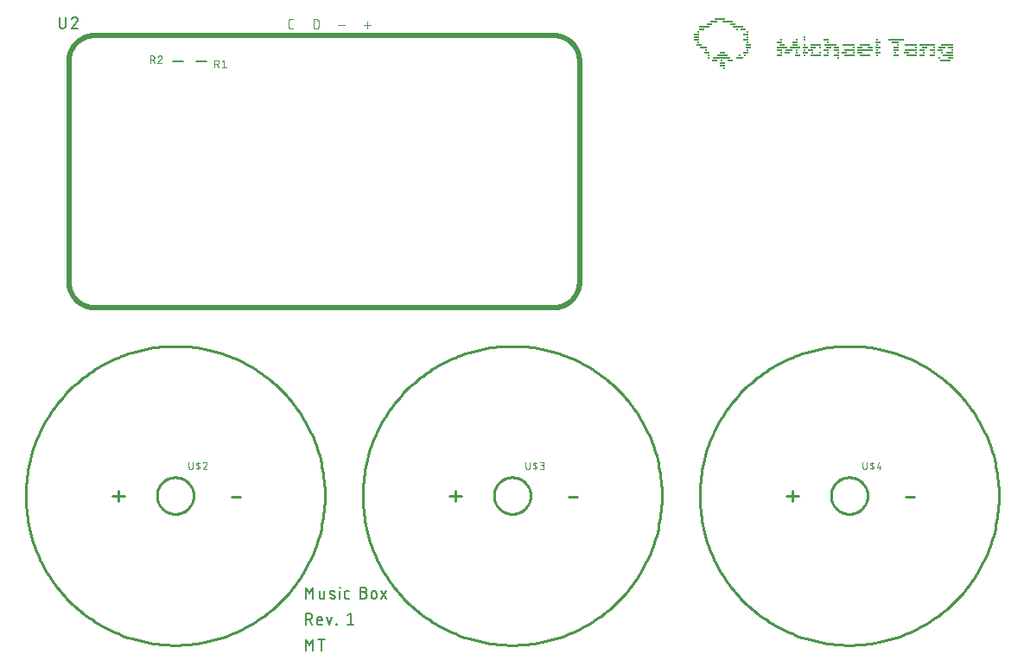
<source format=gbr>
G04 EAGLE Gerber RS-274X export*
G75*
%MOMM*%
%FSLAX34Y34*%
%LPD*%
%INSilkscreen Top*%
%IPPOS*%
%AMOC8*
5,1,8,0,0,1.08239X$1,22.5*%
G01*
%ADD10C,0.152400*%
%ADD11R,0.254000X0.254000*%
%ADD12R,0.508000X0.254000*%
%ADD13R,1.016000X0.254000*%
%ADD14R,1.778000X0.254000*%
%ADD15R,0.762000X0.254000*%
%ADD16R,1.524000X0.254000*%
%ADD17R,1.270000X0.254000*%
%ADD18C,0.127000*%
%ADD19C,0.101600*%
%ADD20C,0.508000*%
%ADD21C,0.076200*%
%ADD22C,0.254000*%


D10*
X305562Y64262D02*
X305562Y75438D01*
X309287Y69229D01*
X313013Y75438D01*
X313013Y64262D01*
X318996Y66125D02*
X318996Y71713D01*
X318995Y66125D02*
X318997Y66041D01*
X319002Y65958D01*
X319012Y65875D01*
X319025Y65792D01*
X319042Y65710D01*
X319062Y65629D01*
X319086Y65549D01*
X319114Y65470D01*
X319145Y65393D01*
X319179Y65317D01*
X319217Y65242D01*
X319259Y65169D01*
X319303Y65099D01*
X319351Y65030D01*
X319401Y64963D01*
X319455Y64899D01*
X319511Y64838D01*
X319571Y64778D01*
X319632Y64722D01*
X319696Y64668D01*
X319763Y64618D01*
X319832Y64570D01*
X319902Y64526D01*
X319975Y64484D01*
X320050Y64446D01*
X320126Y64412D01*
X320203Y64381D01*
X320282Y64353D01*
X320362Y64329D01*
X320443Y64309D01*
X320525Y64292D01*
X320608Y64279D01*
X320691Y64269D01*
X320774Y64264D01*
X320858Y64262D01*
X323963Y64262D01*
X323963Y71713D01*
X330214Y68608D02*
X333319Y67366D01*
X330214Y68608D02*
X330142Y68639D01*
X330072Y68673D01*
X330003Y68711D01*
X329936Y68752D01*
X329871Y68796D01*
X329809Y68844D01*
X329749Y68894D01*
X329691Y68947D01*
X329636Y69003D01*
X329584Y69062D01*
X329535Y69123D01*
X329489Y69186D01*
X329446Y69251D01*
X329406Y69319D01*
X329369Y69388D01*
X329336Y69459D01*
X329307Y69532D01*
X329281Y69606D01*
X329258Y69681D01*
X329240Y69757D01*
X329225Y69834D01*
X329213Y69912D01*
X329206Y69990D01*
X329202Y70068D01*
X329203Y70146D01*
X329207Y70225D01*
X329214Y70303D01*
X329226Y70380D01*
X329241Y70457D01*
X329261Y70533D01*
X329283Y70608D01*
X329310Y70682D01*
X329340Y70754D01*
X329373Y70825D01*
X329410Y70894D01*
X329450Y70962D01*
X329494Y71027D01*
X329540Y71090D01*
X329590Y71151D01*
X329642Y71209D01*
X329697Y71265D01*
X329755Y71318D01*
X329816Y71368D01*
X329878Y71415D01*
X329943Y71458D01*
X330010Y71499D01*
X330079Y71537D01*
X330150Y71570D01*
X330222Y71601D01*
X330296Y71628D01*
X330370Y71651D01*
X330446Y71671D01*
X330523Y71687D01*
X330600Y71699D01*
X330678Y71707D01*
X330757Y71712D01*
X330835Y71713D01*
X330835Y71712D02*
X331004Y71708D01*
X331174Y71699D01*
X331343Y71687D01*
X331511Y71670D01*
X331680Y71649D01*
X331847Y71625D01*
X332014Y71596D01*
X332181Y71563D01*
X332346Y71526D01*
X332511Y71485D01*
X332674Y71441D01*
X332837Y71392D01*
X332998Y71340D01*
X333158Y71283D01*
X333316Y71223D01*
X333473Y71159D01*
X333629Y71091D01*
X333319Y67367D02*
X333391Y67336D01*
X333461Y67302D01*
X333530Y67264D01*
X333597Y67223D01*
X333662Y67179D01*
X333724Y67131D01*
X333784Y67081D01*
X333842Y67028D01*
X333897Y66972D01*
X333949Y66913D01*
X333998Y66852D01*
X334044Y66789D01*
X334087Y66724D01*
X334127Y66656D01*
X334164Y66587D01*
X334197Y66516D01*
X334226Y66443D01*
X334252Y66369D01*
X334275Y66294D01*
X334293Y66218D01*
X334308Y66141D01*
X334320Y66063D01*
X334327Y65985D01*
X334331Y65907D01*
X334330Y65829D01*
X334326Y65750D01*
X334319Y65672D01*
X334307Y65595D01*
X334292Y65518D01*
X334272Y65442D01*
X334250Y65367D01*
X334223Y65293D01*
X334193Y65221D01*
X334160Y65150D01*
X334123Y65081D01*
X334083Y65013D01*
X334039Y64948D01*
X333993Y64885D01*
X333943Y64824D01*
X333891Y64766D01*
X333836Y64710D01*
X333778Y64657D01*
X333717Y64607D01*
X333655Y64560D01*
X333590Y64517D01*
X333523Y64476D01*
X333454Y64438D01*
X333383Y64405D01*
X333311Y64374D01*
X333237Y64347D01*
X333163Y64324D01*
X333087Y64304D01*
X333010Y64288D01*
X332933Y64276D01*
X332855Y64268D01*
X332776Y64263D01*
X332698Y64262D01*
X332697Y64262D02*
X332448Y64269D01*
X332200Y64281D01*
X331951Y64299D01*
X331703Y64323D01*
X331456Y64353D01*
X331210Y64389D01*
X330964Y64431D01*
X330720Y64478D01*
X330476Y64532D01*
X330234Y64590D01*
X329994Y64655D01*
X329755Y64725D01*
X329518Y64801D01*
X329283Y64883D01*
X339005Y64262D02*
X339005Y71713D01*
X338695Y74817D02*
X338695Y75438D01*
X339316Y75438D01*
X339316Y74817D01*
X338695Y74817D01*
X345640Y64262D02*
X348124Y64262D01*
X345640Y64262D02*
X345556Y64264D01*
X345473Y64269D01*
X345390Y64279D01*
X345307Y64292D01*
X345225Y64309D01*
X345144Y64329D01*
X345064Y64353D01*
X344985Y64381D01*
X344908Y64412D01*
X344832Y64446D01*
X344757Y64484D01*
X344684Y64526D01*
X344614Y64570D01*
X344545Y64618D01*
X344478Y64668D01*
X344414Y64722D01*
X344353Y64778D01*
X344293Y64838D01*
X344237Y64899D01*
X344183Y64963D01*
X344133Y65030D01*
X344085Y65099D01*
X344041Y65169D01*
X343999Y65242D01*
X343961Y65317D01*
X343927Y65393D01*
X343896Y65470D01*
X343868Y65549D01*
X343844Y65629D01*
X343824Y65710D01*
X343807Y65792D01*
X343794Y65875D01*
X343784Y65958D01*
X343779Y66041D01*
X343777Y66125D01*
X343777Y69850D01*
X343779Y69934D01*
X343785Y70017D01*
X343794Y70100D01*
X343807Y70183D01*
X343824Y70265D01*
X343844Y70346D01*
X343868Y70426D01*
X343896Y70505D01*
X343927Y70582D01*
X343961Y70658D01*
X343999Y70733D01*
X344041Y70806D01*
X344085Y70876D01*
X344133Y70945D01*
X344183Y71012D01*
X344237Y71076D01*
X344293Y71137D01*
X344353Y71197D01*
X344414Y71253D01*
X344478Y71307D01*
X344545Y71357D01*
X344614Y71405D01*
X344684Y71449D01*
X344757Y71491D01*
X344832Y71529D01*
X344908Y71563D01*
X344985Y71594D01*
X345064Y71622D01*
X345144Y71646D01*
X345225Y71666D01*
X345307Y71683D01*
X345390Y71696D01*
X345473Y71706D01*
X345556Y71711D01*
X345640Y71713D01*
X348124Y71713D01*
X359353Y70471D02*
X362458Y70471D01*
X362458Y70470D02*
X362569Y70468D01*
X362679Y70462D01*
X362790Y70452D01*
X362900Y70438D01*
X363009Y70421D01*
X363118Y70399D01*
X363226Y70374D01*
X363332Y70344D01*
X363438Y70311D01*
X363543Y70274D01*
X363646Y70234D01*
X363747Y70189D01*
X363847Y70142D01*
X363946Y70090D01*
X364042Y70035D01*
X364136Y69977D01*
X364228Y69916D01*
X364318Y69851D01*
X364406Y69783D01*
X364491Y69712D01*
X364573Y69638D01*
X364653Y69561D01*
X364730Y69481D01*
X364804Y69399D01*
X364875Y69314D01*
X364943Y69226D01*
X365008Y69136D01*
X365069Y69044D01*
X365127Y68950D01*
X365182Y68854D01*
X365234Y68755D01*
X365281Y68655D01*
X365326Y68554D01*
X365366Y68451D01*
X365403Y68346D01*
X365436Y68240D01*
X365466Y68134D01*
X365491Y68026D01*
X365513Y67917D01*
X365530Y67808D01*
X365544Y67698D01*
X365554Y67587D01*
X365560Y67477D01*
X365562Y67366D01*
X365560Y67255D01*
X365554Y67145D01*
X365544Y67034D01*
X365530Y66924D01*
X365513Y66815D01*
X365491Y66706D01*
X365466Y66598D01*
X365436Y66492D01*
X365403Y66386D01*
X365366Y66281D01*
X365326Y66178D01*
X365281Y66077D01*
X365234Y65977D01*
X365182Y65878D01*
X365127Y65782D01*
X365069Y65688D01*
X365008Y65596D01*
X364943Y65506D01*
X364875Y65418D01*
X364804Y65333D01*
X364730Y65251D01*
X364653Y65171D01*
X364573Y65094D01*
X364491Y65020D01*
X364406Y64949D01*
X364318Y64881D01*
X364228Y64816D01*
X364136Y64755D01*
X364042Y64697D01*
X363946Y64642D01*
X363847Y64590D01*
X363747Y64543D01*
X363646Y64498D01*
X363543Y64458D01*
X363438Y64421D01*
X363332Y64388D01*
X363226Y64358D01*
X363118Y64333D01*
X363009Y64311D01*
X362900Y64294D01*
X362790Y64280D01*
X362679Y64270D01*
X362569Y64264D01*
X362458Y64262D01*
X359353Y64262D01*
X359353Y75438D01*
X362458Y75438D01*
X362557Y75436D01*
X362655Y75430D01*
X362754Y75420D01*
X362851Y75407D01*
X362949Y75389D01*
X363045Y75368D01*
X363141Y75342D01*
X363235Y75313D01*
X363328Y75281D01*
X363420Y75244D01*
X363510Y75204D01*
X363599Y75160D01*
X363686Y75113D01*
X363771Y75063D01*
X363853Y75009D01*
X363934Y74952D01*
X364012Y74892D01*
X364088Y74828D01*
X364161Y74762D01*
X364232Y74693D01*
X364300Y74621D01*
X364364Y74546D01*
X364426Y74469D01*
X364485Y74390D01*
X364540Y74308D01*
X364593Y74224D01*
X364641Y74139D01*
X364687Y74051D01*
X364729Y73961D01*
X364767Y73870D01*
X364801Y73778D01*
X364832Y73684D01*
X364859Y73589D01*
X364883Y73493D01*
X364902Y73396D01*
X364918Y73299D01*
X364930Y73201D01*
X364938Y73102D01*
X364942Y73003D01*
X364942Y72905D01*
X364938Y72806D01*
X364930Y72707D01*
X364918Y72609D01*
X364902Y72512D01*
X364883Y72415D01*
X364859Y72319D01*
X364832Y72224D01*
X364801Y72130D01*
X364767Y72038D01*
X364729Y71947D01*
X364687Y71857D01*
X364641Y71769D01*
X364593Y71684D01*
X364540Y71600D01*
X364485Y71518D01*
X364426Y71439D01*
X364364Y71362D01*
X364300Y71287D01*
X364232Y71215D01*
X364161Y71146D01*
X364088Y71080D01*
X364012Y71016D01*
X363934Y70956D01*
X363853Y70899D01*
X363771Y70845D01*
X363686Y70795D01*
X363599Y70748D01*
X363510Y70704D01*
X363420Y70664D01*
X363328Y70627D01*
X363235Y70595D01*
X363141Y70566D01*
X363045Y70540D01*
X362949Y70519D01*
X362851Y70501D01*
X362754Y70488D01*
X362655Y70478D01*
X362557Y70472D01*
X362458Y70470D01*
X370050Y69229D02*
X370050Y66746D01*
X370049Y69229D02*
X370051Y69328D01*
X370057Y69426D01*
X370067Y69525D01*
X370080Y69622D01*
X370098Y69720D01*
X370119Y69816D01*
X370145Y69912D01*
X370174Y70006D01*
X370206Y70099D01*
X370243Y70191D01*
X370283Y70281D01*
X370327Y70370D01*
X370374Y70457D01*
X370424Y70542D01*
X370478Y70624D01*
X370535Y70705D01*
X370595Y70783D01*
X370659Y70859D01*
X370725Y70932D01*
X370794Y71003D01*
X370866Y71071D01*
X370941Y71135D01*
X371018Y71197D01*
X371097Y71256D01*
X371179Y71311D01*
X371263Y71364D01*
X371348Y71412D01*
X371436Y71458D01*
X371526Y71500D01*
X371617Y71538D01*
X371709Y71572D01*
X371803Y71603D01*
X371898Y71630D01*
X371994Y71654D01*
X372091Y71673D01*
X372188Y71689D01*
X372286Y71701D01*
X372385Y71709D01*
X372484Y71713D01*
X372582Y71713D01*
X372681Y71709D01*
X372780Y71701D01*
X372878Y71689D01*
X372975Y71673D01*
X373072Y71654D01*
X373168Y71630D01*
X373263Y71603D01*
X373357Y71572D01*
X373449Y71538D01*
X373540Y71500D01*
X373630Y71458D01*
X373718Y71412D01*
X373803Y71364D01*
X373887Y71311D01*
X373969Y71256D01*
X374048Y71197D01*
X374125Y71135D01*
X374200Y71071D01*
X374272Y71003D01*
X374341Y70932D01*
X374407Y70859D01*
X374471Y70783D01*
X374531Y70705D01*
X374588Y70624D01*
X374642Y70542D01*
X374692Y70457D01*
X374739Y70370D01*
X374783Y70281D01*
X374823Y70191D01*
X374860Y70099D01*
X374892Y70006D01*
X374921Y69912D01*
X374947Y69816D01*
X374968Y69720D01*
X374986Y69622D01*
X374999Y69525D01*
X375009Y69426D01*
X375015Y69328D01*
X375017Y69229D01*
X375017Y66746D01*
X375015Y66647D01*
X375009Y66549D01*
X374999Y66450D01*
X374986Y66353D01*
X374968Y66255D01*
X374947Y66159D01*
X374921Y66063D01*
X374892Y65969D01*
X374860Y65876D01*
X374823Y65784D01*
X374783Y65694D01*
X374739Y65605D01*
X374692Y65518D01*
X374642Y65433D01*
X374588Y65351D01*
X374531Y65270D01*
X374471Y65192D01*
X374407Y65116D01*
X374341Y65043D01*
X374272Y64972D01*
X374200Y64904D01*
X374125Y64840D01*
X374048Y64778D01*
X373969Y64719D01*
X373887Y64664D01*
X373803Y64611D01*
X373718Y64563D01*
X373630Y64517D01*
X373540Y64475D01*
X373449Y64437D01*
X373357Y64403D01*
X373263Y64372D01*
X373168Y64345D01*
X373072Y64321D01*
X372975Y64302D01*
X372878Y64286D01*
X372780Y64274D01*
X372681Y64266D01*
X372582Y64262D01*
X372484Y64262D01*
X372385Y64266D01*
X372286Y64274D01*
X372188Y64286D01*
X372091Y64302D01*
X371994Y64321D01*
X371898Y64345D01*
X371803Y64372D01*
X371709Y64403D01*
X371617Y64437D01*
X371526Y64475D01*
X371436Y64517D01*
X371348Y64563D01*
X371263Y64611D01*
X371179Y64664D01*
X371097Y64719D01*
X371018Y64778D01*
X370941Y64840D01*
X370866Y64904D01*
X370794Y64972D01*
X370725Y65043D01*
X370659Y65116D01*
X370595Y65192D01*
X370535Y65270D01*
X370478Y65351D01*
X370424Y65433D01*
X370374Y65518D01*
X370327Y65605D01*
X370283Y65694D01*
X370243Y65784D01*
X370206Y65876D01*
X370174Y65969D01*
X370145Y66063D01*
X370119Y66159D01*
X370098Y66255D01*
X370080Y66353D01*
X370067Y66450D01*
X370057Y66549D01*
X370051Y66647D01*
X370049Y66746D01*
X379575Y64262D02*
X384542Y71713D01*
X379575Y71713D02*
X384542Y64262D01*
X305562Y50038D02*
X305562Y38862D01*
X305562Y50038D02*
X308666Y50038D01*
X308777Y50036D01*
X308887Y50030D01*
X308998Y50020D01*
X309108Y50006D01*
X309217Y49989D01*
X309326Y49967D01*
X309434Y49942D01*
X309540Y49912D01*
X309646Y49879D01*
X309751Y49842D01*
X309854Y49802D01*
X309955Y49757D01*
X310055Y49710D01*
X310154Y49658D01*
X310250Y49603D01*
X310344Y49545D01*
X310436Y49484D01*
X310526Y49419D01*
X310614Y49351D01*
X310699Y49280D01*
X310781Y49206D01*
X310861Y49129D01*
X310938Y49049D01*
X311012Y48967D01*
X311083Y48882D01*
X311151Y48794D01*
X311216Y48704D01*
X311277Y48612D01*
X311335Y48518D01*
X311390Y48422D01*
X311442Y48323D01*
X311489Y48223D01*
X311534Y48122D01*
X311574Y48019D01*
X311611Y47914D01*
X311644Y47808D01*
X311674Y47702D01*
X311699Y47594D01*
X311721Y47485D01*
X311738Y47376D01*
X311752Y47266D01*
X311762Y47155D01*
X311768Y47045D01*
X311770Y46934D01*
X311768Y46823D01*
X311762Y46713D01*
X311752Y46602D01*
X311738Y46492D01*
X311721Y46383D01*
X311699Y46274D01*
X311674Y46166D01*
X311644Y46060D01*
X311611Y45954D01*
X311574Y45849D01*
X311534Y45746D01*
X311489Y45645D01*
X311442Y45545D01*
X311390Y45446D01*
X311335Y45350D01*
X311277Y45256D01*
X311216Y45164D01*
X311151Y45074D01*
X311083Y44986D01*
X311012Y44901D01*
X310938Y44819D01*
X310861Y44739D01*
X310781Y44662D01*
X310699Y44588D01*
X310614Y44517D01*
X310526Y44449D01*
X310436Y44384D01*
X310344Y44323D01*
X310250Y44265D01*
X310154Y44210D01*
X310055Y44158D01*
X309955Y44111D01*
X309854Y44066D01*
X309751Y44026D01*
X309646Y43989D01*
X309540Y43956D01*
X309434Y43926D01*
X309326Y43901D01*
X309217Y43879D01*
X309108Y43862D01*
X308998Y43848D01*
X308887Y43838D01*
X308777Y43832D01*
X308666Y43830D01*
X308666Y43829D02*
X305562Y43829D01*
X309287Y43829D02*
X311771Y38862D01*
X318622Y38862D02*
X321726Y38862D01*
X318622Y38862D02*
X318538Y38864D01*
X318455Y38869D01*
X318372Y38879D01*
X318289Y38892D01*
X318207Y38909D01*
X318126Y38929D01*
X318046Y38953D01*
X317967Y38981D01*
X317890Y39012D01*
X317814Y39046D01*
X317739Y39084D01*
X317666Y39126D01*
X317596Y39170D01*
X317527Y39218D01*
X317460Y39268D01*
X317396Y39322D01*
X317335Y39378D01*
X317275Y39438D01*
X317219Y39499D01*
X317165Y39563D01*
X317115Y39630D01*
X317067Y39699D01*
X317023Y39769D01*
X316981Y39842D01*
X316943Y39917D01*
X316909Y39993D01*
X316878Y40070D01*
X316850Y40149D01*
X316826Y40229D01*
X316806Y40310D01*
X316789Y40392D01*
X316776Y40475D01*
X316766Y40558D01*
X316761Y40641D01*
X316759Y40725D01*
X316759Y43829D01*
X316758Y43829D02*
X316760Y43928D01*
X316766Y44026D01*
X316776Y44125D01*
X316789Y44222D01*
X316807Y44320D01*
X316828Y44416D01*
X316854Y44512D01*
X316883Y44606D01*
X316915Y44699D01*
X316952Y44791D01*
X316992Y44881D01*
X317036Y44970D01*
X317083Y45057D01*
X317133Y45142D01*
X317187Y45224D01*
X317244Y45305D01*
X317304Y45383D01*
X317368Y45459D01*
X317434Y45532D01*
X317503Y45603D01*
X317575Y45671D01*
X317650Y45735D01*
X317727Y45797D01*
X317806Y45856D01*
X317888Y45911D01*
X317972Y45964D01*
X318057Y46012D01*
X318145Y46058D01*
X318235Y46100D01*
X318326Y46138D01*
X318418Y46172D01*
X318512Y46203D01*
X318607Y46230D01*
X318703Y46254D01*
X318800Y46273D01*
X318897Y46289D01*
X318995Y46301D01*
X319094Y46309D01*
X319193Y46313D01*
X319291Y46313D01*
X319390Y46309D01*
X319489Y46301D01*
X319587Y46289D01*
X319684Y46273D01*
X319781Y46254D01*
X319877Y46230D01*
X319972Y46203D01*
X320066Y46172D01*
X320158Y46138D01*
X320249Y46100D01*
X320339Y46058D01*
X320427Y46012D01*
X320512Y45964D01*
X320596Y45911D01*
X320678Y45856D01*
X320757Y45797D01*
X320834Y45735D01*
X320909Y45671D01*
X320981Y45603D01*
X321050Y45532D01*
X321116Y45459D01*
X321180Y45383D01*
X321240Y45305D01*
X321297Y45224D01*
X321351Y45142D01*
X321401Y45057D01*
X321448Y44970D01*
X321492Y44881D01*
X321532Y44791D01*
X321569Y44699D01*
X321601Y44606D01*
X321630Y44512D01*
X321656Y44416D01*
X321677Y44320D01*
X321695Y44222D01*
X321708Y44125D01*
X321718Y44026D01*
X321724Y43928D01*
X321726Y43829D01*
X321726Y42587D01*
X316759Y42587D01*
X326284Y46313D02*
X328767Y38862D01*
X331251Y46313D01*
X335315Y39483D02*
X335315Y38862D01*
X335315Y39483D02*
X335936Y39483D01*
X335936Y38862D01*
X335315Y38862D01*
X346618Y47554D02*
X349722Y50038D01*
X349722Y38862D01*
X346618Y38862D02*
X352827Y38862D01*
X305562Y24638D02*
X305562Y13462D01*
X309287Y18429D02*
X305562Y24638D01*
X309287Y18429D02*
X313013Y24638D01*
X313013Y13462D01*
X321098Y13462D02*
X321098Y24638D01*
X317994Y24638D02*
X324203Y24638D01*
D11*
X715264Y583692D03*
D12*
X713994Y586232D03*
X713994Y588772D03*
X706374Y591312D03*
D11*
X712724Y591312D03*
D12*
X721614Y591312D03*
D13*
X932434Y591312D03*
D11*
X700024Y593852D03*
D14*
X712724Y593852D03*
D15*
X730504Y593852D03*
D11*
X827024Y593852D03*
X926084Y593852D03*
D12*
X937514Y593852D03*
D11*
X700024Y596392D03*
D13*
X713994Y596392D03*
D11*
X730504Y596392D03*
X735584Y596392D03*
D12*
X769874Y596392D03*
X787654Y596392D03*
D11*
X794004Y596392D03*
D13*
X805434Y596392D03*
D12*
X815594Y596392D03*
X825754Y596392D03*
D13*
X838454Y596392D03*
X853694Y596392D03*
D11*
X865124Y596392D03*
D12*
X884174Y596392D03*
D13*
X899414Y596392D03*
D12*
X909574Y596392D03*
X919734Y596392D03*
D13*
X934974Y596392D03*
D12*
X698754Y598932D03*
X713994Y598932D03*
X736854Y598932D03*
D11*
X771144Y598932D03*
D12*
X777494Y598932D03*
D11*
X786384Y598932D03*
D12*
X795274Y598932D03*
D11*
X801624Y598932D03*
X809244Y598932D03*
X816864Y598932D03*
X827024Y598932D03*
D12*
X833374Y598932D03*
D11*
X842264Y598932D03*
D12*
X848614Y598932D03*
X866394Y598932D03*
D11*
X882904Y598932D03*
D12*
X894334Y598932D03*
D11*
X903224Y598932D03*
X910844Y598932D03*
X921004Y598932D03*
X928624Y598932D03*
D15*
X936244Y598932D03*
D11*
X697484Y601472D03*
X738124Y601472D03*
D12*
X769874Y601472D03*
D15*
X778764Y601472D03*
D11*
X786384Y601472D03*
X794004Y601472D03*
D12*
X800354Y601472D03*
X815594Y601472D03*
X825754Y601472D03*
D13*
X838454Y601472D03*
D16*
X853694Y601472D03*
D11*
X865124Y601472D03*
D12*
X884174Y601472D03*
D17*
X898144Y601472D03*
D12*
X909574Y601472D03*
X919734Y601472D03*
X927354Y601472D03*
D11*
X938784Y601472D03*
D15*
X694944Y604012D03*
D12*
X739394Y604012D03*
D13*
X772414Y604012D03*
X785114Y604012D03*
D12*
X795274Y604012D03*
X802894Y604012D03*
D11*
X809244Y604012D03*
D12*
X818134Y604012D03*
X825754Y604012D03*
D11*
X842264Y604012D03*
D12*
X848614Y604012D03*
X858774Y604012D03*
X866394Y604012D03*
X884174Y604012D03*
D11*
X903224Y604012D03*
D12*
X912114Y604012D03*
D11*
X921004Y604012D03*
D15*
X928624Y604012D03*
D12*
X937514Y604012D03*
X691134Y606552D03*
X739394Y606552D03*
X772414Y606552D03*
X785114Y606552D03*
D11*
X794004Y606552D03*
D13*
X805434Y606552D03*
D17*
X819404Y606552D03*
X837184Y606552D03*
D13*
X853694Y606552D03*
D11*
X865124Y606552D03*
X885444Y606552D03*
D17*
X898144Y606552D03*
D16*
X914654Y606552D03*
D17*
X933704Y606552D03*
D11*
X689864Y609092D03*
X738124Y609092D03*
D12*
X769874Y609092D03*
X785114Y609092D03*
D11*
X816864Y609092D03*
D12*
X866394Y609092D03*
D15*
X882904Y609092D03*
D12*
X688594Y611632D03*
X736854Y611632D03*
D11*
X771144Y611632D03*
X786384Y611632D03*
X794004Y611632D03*
D12*
X815594Y611632D03*
D11*
X865124Y611632D03*
D16*
X884174Y611632D03*
D12*
X688594Y614172D03*
D11*
X738124Y614172D03*
X794004Y614172D03*
D12*
X688594Y616712D03*
X736854Y616712D03*
D11*
X689864Y619252D03*
X738124Y619252D03*
D12*
X693674Y621792D03*
D11*
X727964Y621792D03*
D12*
X734314Y621792D03*
D13*
X696214Y624332D03*
X729234Y624332D03*
D12*
X701294Y626872D03*
X724154Y626872D03*
D15*
X705104Y629412D03*
D13*
X719074Y629412D03*
X711454Y631952D03*
D18*
X208280Y590550D02*
X198120Y590550D01*
D19*
X216408Y591820D02*
X216408Y584708D01*
X216408Y591820D02*
X218384Y591820D01*
X218471Y591818D01*
X218559Y591812D01*
X218646Y591803D01*
X218732Y591789D01*
X218818Y591772D01*
X218902Y591751D01*
X218986Y591726D01*
X219069Y591697D01*
X219150Y591665D01*
X219230Y591630D01*
X219308Y591591D01*
X219385Y591548D01*
X219459Y591502D01*
X219531Y591453D01*
X219601Y591401D01*
X219669Y591345D01*
X219734Y591287D01*
X219797Y591226D01*
X219856Y591162D01*
X219913Y591095D01*
X219967Y591027D01*
X220018Y590955D01*
X220065Y590882D01*
X220110Y590807D01*
X220151Y590729D01*
X220188Y590650D01*
X220222Y590570D01*
X220252Y590488D01*
X220279Y590405D01*
X220302Y590320D01*
X220321Y590235D01*
X220336Y590149D01*
X220348Y590062D01*
X220356Y589975D01*
X220360Y589888D01*
X220360Y589800D01*
X220356Y589713D01*
X220348Y589626D01*
X220336Y589539D01*
X220321Y589453D01*
X220302Y589368D01*
X220279Y589283D01*
X220252Y589200D01*
X220222Y589118D01*
X220188Y589038D01*
X220151Y588959D01*
X220110Y588881D01*
X220065Y588806D01*
X220018Y588733D01*
X219967Y588661D01*
X219913Y588593D01*
X219856Y588526D01*
X219797Y588462D01*
X219734Y588401D01*
X219669Y588343D01*
X219601Y588287D01*
X219531Y588235D01*
X219459Y588186D01*
X219385Y588140D01*
X219308Y588097D01*
X219230Y588058D01*
X219150Y588023D01*
X219069Y587991D01*
X218986Y587962D01*
X218902Y587937D01*
X218818Y587916D01*
X218732Y587899D01*
X218646Y587885D01*
X218559Y587876D01*
X218471Y587870D01*
X218384Y587868D01*
X218384Y587869D02*
X216408Y587869D01*
X218779Y587869D02*
X220359Y584708D01*
X223663Y590240D02*
X225638Y591820D01*
X225638Y584708D01*
X223663Y584708D02*
X227614Y584708D01*
D18*
X185420Y590550D02*
X175260Y590550D01*
D19*
X153386Y589280D02*
X153386Y596392D01*
X155362Y596392D01*
X155449Y596390D01*
X155537Y596384D01*
X155624Y596375D01*
X155710Y596361D01*
X155796Y596344D01*
X155880Y596323D01*
X155964Y596298D01*
X156047Y596269D01*
X156128Y596237D01*
X156208Y596202D01*
X156286Y596163D01*
X156363Y596120D01*
X156437Y596074D01*
X156509Y596025D01*
X156579Y595973D01*
X156647Y595917D01*
X156712Y595859D01*
X156775Y595798D01*
X156834Y595734D01*
X156891Y595667D01*
X156945Y595599D01*
X156996Y595527D01*
X157043Y595454D01*
X157088Y595379D01*
X157129Y595301D01*
X157166Y595222D01*
X157200Y595142D01*
X157230Y595060D01*
X157257Y594977D01*
X157280Y594892D01*
X157299Y594807D01*
X157314Y594721D01*
X157326Y594634D01*
X157334Y594547D01*
X157338Y594460D01*
X157338Y594372D01*
X157334Y594285D01*
X157326Y594198D01*
X157314Y594111D01*
X157299Y594025D01*
X157280Y593940D01*
X157257Y593855D01*
X157230Y593772D01*
X157200Y593690D01*
X157166Y593610D01*
X157129Y593531D01*
X157088Y593453D01*
X157043Y593378D01*
X156996Y593305D01*
X156945Y593233D01*
X156891Y593165D01*
X156834Y593098D01*
X156775Y593034D01*
X156712Y592973D01*
X156647Y592915D01*
X156579Y592859D01*
X156509Y592807D01*
X156437Y592758D01*
X156363Y592712D01*
X156286Y592669D01*
X156208Y592630D01*
X156128Y592595D01*
X156047Y592563D01*
X155964Y592534D01*
X155880Y592509D01*
X155796Y592488D01*
X155710Y592471D01*
X155624Y592457D01*
X155537Y592448D01*
X155449Y592442D01*
X155362Y592440D01*
X155362Y592441D02*
X153386Y592441D01*
X155757Y592441D02*
X157337Y589280D01*
X162814Y596392D02*
X162896Y596390D01*
X162978Y596384D01*
X163060Y596375D01*
X163141Y596362D01*
X163221Y596345D01*
X163301Y596324D01*
X163379Y596300D01*
X163456Y596272D01*
X163532Y596241D01*
X163607Y596206D01*
X163679Y596167D01*
X163750Y596126D01*
X163819Y596081D01*
X163885Y596033D01*
X163950Y595982D01*
X164012Y595928D01*
X164071Y595871D01*
X164128Y595812D01*
X164182Y595750D01*
X164233Y595685D01*
X164281Y595619D01*
X164326Y595550D01*
X164367Y595479D01*
X164406Y595407D01*
X164441Y595332D01*
X164472Y595256D01*
X164500Y595179D01*
X164524Y595101D01*
X164545Y595021D01*
X164562Y594941D01*
X164575Y594860D01*
X164584Y594778D01*
X164590Y594696D01*
X164592Y594614D01*
X162814Y596392D02*
X162721Y596390D01*
X162629Y596384D01*
X162537Y596375D01*
X162445Y596362D01*
X162354Y596345D01*
X162264Y596325D01*
X162174Y596301D01*
X162086Y596273D01*
X161998Y596241D01*
X161913Y596207D01*
X161828Y596168D01*
X161746Y596127D01*
X161665Y596082D01*
X161585Y596033D01*
X161508Y595982D01*
X161433Y595928D01*
X161361Y595870D01*
X161291Y595810D01*
X161223Y595746D01*
X161158Y595681D01*
X161095Y595612D01*
X161036Y595541D01*
X160979Y595468D01*
X160925Y595392D01*
X160875Y595315D01*
X160827Y595235D01*
X160783Y595154D01*
X160743Y595070D01*
X160705Y594986D01*
X160671Y594899D01*
X160641Y594812D01*
X163999Y593231D02*
X164060Y593292D01*
X164118Y593355D01*
X164173Y593421D01*
X164226Y593489D01*
X164275Y593560D01*
X164320Y593632D01*
X164363Y593707D01*
X164402Y593783D01*
X164438Y593862D01*
X164470Y593941D01*
X164498Y594022D01*
X164523Y594105D01*
X164544Y594188D01*
X164561Y594272D01*
X164575Y594357D01*
X164584Y594442D01*
X164590Y594528D01*
X164592Y594614D01*
X163999Y593231D02*
X160641Y589280D01*
X164592Y589280D01*
D20*
X548640Y349250D02*
X549254Y349257D01*
X549867Y349280D01*
X550480Y349317D01*
X551091Y349369D01*
X551702Y349435D01*
X552310Y349517D01*
X552916Y349613D01*
X553520Y349723D01*
X554121Y349848D01*
X554719Y349988D01*
X555313Y350142D01*
X555903Y350311D01*
X556489Y350493D01*
X557070Y350690D01*
X557647Y350901D01*
X558218Y351125D01*
X558784Y351363D01*
X559344Y351615D01*
X559897Y351881D01*
X560444Y352159D01*
X560984Y352451D01*
X561517Y352756D01*
X562042Y353074D01*
X562560Y353404D01*
X563069Y353746D01*
X563570Y354101D01*
X564062Y354468D01*
X564545Y354846D01*
X565019Y355236D01*
X565483Y355638D01*
X565938Y356050D01*
X566382Y356474D01*
X566816Y356908D01*
X567240Y357352D01*
X567652Y357807D01*
X568054Y358271D01*
X568444Y358745D01*
X568822Y359228D01*
X569189Y359720D01*
X569544Y360221D01*
X569886Y360730D01*
X570216Y361248D01*
X570534Y361773D01*
X570839Y362306D01*
X571131Y362846D01*
X571409Y363393D01*
X571675Y363946D01*
X571927Y364506D01*
X572165Y365072D01*
X572389Y365643D01*
X572600Y366220D01*
X572797Y366801D01*
X572979Y367387D01*
X573148Y367977D01*
X573302Y368571D01*
X573442Y369169D01*
X573567Y369770D01*
X573677Y370374D01*
X573773Y370980D01*
X573855Y371588D01*
X573921Y372199D01*
X573973Y372810D01*
X574010Y373423D01*
X574033Y374036D01*
X574040Y374650D01*
X574040Y590550D01*
X574033Y591164D01*
X574010Y591777D01*
X573973Y592390D01*
X573921Y593001D01*
X573855Y593612D01*
X573773Y594220D01*
X573677Y594826D01*
X573567Y595430D01*
X573442Y596031D01*
X573302Y596629D01*
X573148Y597223D01*
X572979Y597813D01*
X572797Y598399D01*
X572600Y598980D01*
X572389Y599557D01*
X572165Y600128D01*
X571927Y600694D01*
X571675Y601254D01*
X571409Y601807D01*
X571131Y602354D01*
X570839Y602894D01*
X570534Y603427D01*
X570216Y603952D01*
X569886Y604470D01*
X569544Y604979D01*
X569189Y605480D01*
X568822Y605972D01*
X568444Y606455D01*
X568054Y606929D01*
X567652Y607393D01*
X567240Y607848D01*
X566816Y608292D01*
X566382Y608726D01*
X565938Y609150D01*
X565483Y609562D01*
X565019Y609964D01*
X564545Y610354D01*
X564062Y610732D01*
X563570Y611099D01*
X563069Y611454D01*
X562560Y611796D01*
X562042Y612126D01*
X561517Y612444D01*
X560984Y612749D01*
X560444Y613041D01*
X559897Y613319D01*
X559344Y613585D01*
X558784Y613837D01*
X558218Y614075D01*
X557647Y614299D01*
X557070Y614510D01*
X556489Y614707D01*
X555903Y614889D01*
X555313Y615058D01*
X554719Y615212D01*
X554121Y615352D01*
X553520Y615477D01*
X552916Y615587D01*
X552310Y615683D01*
X551702Y615765D01*
X551091Y615831D01*
X550480Y615883D01*
X549867Y615920D01*
X549254Y615943D01*
X548640Y615950D01*
X99060Y615950D01*
X98446Y615943D01*
X97833Y615920D01*
X97220Y615883D01*
X96609Y615831D01*
X95998Y615765D01*
X95390Y615683D01*
X94784Y615587D01*
X94180Y615477D01*
X93579Y615352D01*
X92981Y615212D01*
X92387Y615058D01*
X91797Y614889D01*
X91211Y614707D01*
X90630Y614510D01*
X90053Y614299D01*
X89482Y614075D01*
X88916Y613837D01*
X88356Y613585D01*
X87803Y613319D01*
X87256Y613041D01*
X86716Y612749D01*
X86183Y612444D01*
X85658Y612126D01*
X85140Y611796D01*
X84631Y611454D01*
X84130Y611099D01*
X83638Y610732D01*
X83155Y610354D01*
X82681Y609964D01*
X82217Y609562D01*
X81762Y609150D01*
X81318Y608726D01*
X80884Y608292D01*
X80460Y607848D01*
X80048Y607393D01*
X79646Y606929D01*
X79256Y606455D01*
X78878Y605972D01*
X78511Y605480D01*
X78156Y604979D01*
X77814Y604470D01*
X77484Y603952D01*
X77166Y603427D01*
X76861Y602894D01*
X76569Y602354D01*
X76291Y601807D01*
X76025Y601254D01*
X75773Y600694D01*
X75535Y600128D01*
X75311Y599557D01*
X75100Y598980D01*
X74903Y598399D01*
X74721Y597813D01*
X74552Y597223D01*
X74398Y596629D01*
X74258Y596031D01*
X74133Y595430D01*
X74023Y594826D01*
X73927Y594220D01*
X73845Y593612D01*
X73779Y593001D01*
X73727Y592390D01*
X73690Y591777D01*
X73667Y591164D01*
X73660Y590550D01*
X73660Y374650D01*
X73667Y374036D01*
X73690Y373423D01*
X73727Y372810D01*
X73779Y372199D01*
X73845Y371588D01*
X73927Y370980D01*
X74023Y370374D01*
X74133Y369770D01*
X74258Y369169D01*
X74398Y368571D01*
X74552Y367977D01*
X74721Y367387D01*
X74903Y366801D01*
X75100Y366220D01*
X75311Y365643D01*
X75535Y365072D01*
X75773Y364506D01*
X76025Y363946D01*
X76291Y363393D01*
X76569Y362846D01*
X76861Y362306D01*
X77166Y361773D01*
X77484Y361248D01*
X77814Y360730D01*
X78156Y360221D01*
X78511Y359720D01*
X78878Y359228D01*
X79256Y358745D01*
X79646Y358271D01*
X80048Y357807D01*
X80460Y357352D01*
X80884Y356908D01*
X81318Y356474D01*
X81762Y356050D01*
X82217Y355638D01*
X82681Y355236D01*
X83155Y354846D01*
X83638Y354468D01*
X84130Y354101D01*
X84631Y353746D01*
X85140Y353404D01*
X85658Y353074D01*
X86183Y352756D01*
X86716Y352451D01*
X87256Y352159D01*
X87803Y351881D01*
X88356Y351615D01*
X88916Y351363D01*
X89482Y351125D01*
X90053Y350901D01*
X90630Y350690D01*
X91211Y350493D01*
X91797Y350311D01*
X92387Y350142D01*
X92981Y349988D01*
X93579Y349848D01*
X94180Y349723D01*
X94784Y349613D01*
X95390Y349517D01*
X95998Y349435D01*
X96609Y349369D01*
X97220Y349317D01*
X97833Y349280D01*
X98446Y349257D01*
X99060Y349250D01*
X548640Y349250D01*
D21*
X292989Y622681D02*
X290901Y622681D01*
X290812Y622683D01*
X290724Y622689D01*
X290636Y622698D01*
X290548Y622711D01*
X290461Y622728D01*
X290375Y622748D01*
X290290Y622773D01*
X290205Y622800D01*
X290122Y622832D01*
X290041Y622866D01*
X289961Y622905D01*
X289883Y622946D01*
X289806Y622991D01*
X289732Y623039D01*
X289659Y623090D01*
X289589Y623144D01*
X289522Y623202D01*
X289456Y623262D01*
X289394Y623324D01*
X289334Y623390D01*
X289276Y623457D01*
X289222Y623527D01*
X289171Y623600D01*
X289123Y623674D01*
X289078Y623751D01*
X289037Y623829D01*
X288998Y623909D01*
X288964Y623990D01*
X288932Y624073D01*
X288905Y624158D01*
X288880Y624243D01*
X288860Y624329D01*
X288843Y624416D01*
X288830Y624504D01*
X288821Y624592D01*
X288815Y624680D01*
X288813Y624769D01*
X288812Y624769D02*
X288812Y629991D01*
X288813Y629991D02*
X288815Y630082D01*
X288821Y630173D01*
X288831Y630264D01*
X288845Y630354D01*
X288862Y630443D01*
X288884Y630531D01*
X288910Y630619D01*
X288939Y630705D01*
X288972Y630790D01*
X289009Y630873D01*
X289049Y630955D01*
X289093Y631035D01*
X289140Y631113D01*
X289191Y631189D01*
X289244Y631262D01*
X289301Y631333D01*
X289362Y631402D01*
X289425Y631467D01*
X289490Y631530D01*
X289559Y631590D01*
X289630Y631648D01*
X289703Y631701D01*
X289779Y631752D01*
X289857Y631799D01*
X289937Y631843D01*
X290019Y631883D01*
X290102Y631920D01*
X290187Y631953D01*
X290273Y631982D01*
X290361Y632008D01*
X290449Y632030D01*
X290538Y632047D01*
X290628Y632061D01*
X290719Y632071D01*
X290810Y632077D01*
X290901Y632079D01*
X292989Y632079D01*
X313168Y632079D02*
X313168Y622681D01*
X313168Y632079D02*
X315778Y632079D01*
X315878Y632077D01*
X315978Y632071D01*
X316077Y632062D01*
X316177Y632048D01*
X316275Y632031D01*
X316373Y632010D01*
X316470Y631986D01*
X316566Y631957D01*
X316661Y631925D01*
X316754Y631890D01*
X316846Y631851D01*
X316937Y631808D01*
X317025Y631762D01*
X317112Y631712D01*
X317197Y631660D01*
X317280Y631604D01*
X317361Y631545D01*
X317439Y631482D01*
X317515Y631417D01*
X317589Y631349D01*
X317659Y631279D01*
X317727Y631205D01*
X317792Y631129D01*
X317855Y631051D01*
X317914Y630970D01*
X317970Y630887D01*
X318022Y630802D01*
X318072Y630715D01*
X318118Y630627D01*
X318161Y630536D01*
X318200Y630444D01*
X318235Y630351D01*
X318267Y630256D01*
X318296Y630160D01*
X318320Y630063D01*
X318341Y629965D01*
X318358Y629867D01*
X318372Y629767D01*
X318381Y629668D01*
X318387Y629568D01*
X318389Y629468D01*
X318389Y625292D01*
X318387Y625192D01*
X318381Y625092D01*
X318372Y624993D01*
X318358Y624893D01*
X318341Y624795D01*
X318320Y624697D01*
X318296Y624600D01*
X318267Y624504D01*
X318235Y624409D01*
X318200Y624316D01*
X318161Y624224D01*
X318118Y624133D01*
X318072Y624045D01*
X318022Y623958D01*
X317970Y623873D01*
X317914Y623790D01*
X317855Y623709D01*
X317792Y623631D01*
X317727Y623555D01*
X317659Y623481D01*
X317589Y623411D01*
X317515Y623343D01*
X317439Y623278D01*
X317361Y623215D01*
X317280Y623156D01*
X317197Y623100D01*
X317112Y623048D01*
X317025Y622998D01*
X316937Y622952D01*
X316846Y622909D01*
X316754Y622870D01*
X316661Y622835D01*
X316566Y622803D01*
X316470Y622774D01*
X316373Y622750D01*
X316275Y622729D01*
X316177Y622712D01*
X316077Y622698D01*
X315978Y622689D01*
X315878Y622683D01*
X315778Y622681D01*
X313168Y622681D01*
X337524Y626336D02*
X343789Y626336D01*
X362924Y626336D02*
X369189Y626336D01*
X366056Y623203D02*
X366056Y629468D01*
D10*
X64262Y626166D02*
X64262Y634238D01*
X64262Y626166D02*
X64264Y626055D01*
X64270Y625945D01*
X64280Y625834D01*
X64294Y625724D01*
X64311Y625615D01*
X64333Y625506D01*
X64358Y625398D01*
X64388Y625292D01*
X64421Y625186D01*
X64458Y625081D01*
X64498Y624978D01*
X64543Y624877D01*
X64590Y624777D01*
X64642Y624678D01*
X64697Y624582D01*
X64755Y624488D01*
X64816Y624396D01*
X64881Y624306D01*
X64949Y624218D01*
X65020Y624133D01*
X65094Y624051D01*
X65171Y623971D01*
X65251Y623894D01*
X65333Y623820D01*
X65418Y623749D01*
X65506Y623681D01*
X65596Y623616D01*
X65688Y623555D01*
X65782Y623497D01*
X65878Y623442D01*
X65977Y623390D01*
X66077Y623343D01*
X66178Y623298D01*
X66281Y623258D01*
X66386Y623221D01*
X66492Y623188D01*
X66598Y623158D01*
X66706Y623133D01*
X66815Y623111D01*
X66924Y623094D01*
X67034Y623080D01*
X67145Y623070D01*
X67255Y623064D01*
X67366Y623062D01*
X67477Y623064D01*
X67587Y623070D01*
X67698Y623080D01*
X67808Y623094D01*
X67917Y623111D01*
X68026Y623133D01*
X68134Y623158D01*
X68240Y623188D01*
X68346Y623221D01*
X68451Y623258D01*
X68554Y623298D01*
X68655Y623343D01*
X68755Y623390D01*
X68854Y623442D01*
X68950Y623497D01*
X69044Y623555D01*
X69136Y623616D01*
X69226Y623681D01*
X69314Y623749D01*
X69399Y623820D01*
X69481Y623894D01*
X69561Y623971D01*
X69638Y624051D01*
X69712Y624133D01*
X69783Y624218D01*
X69851Y624306D01*
X69916Y624396D01*
X69977Y624488D01*
X70035Y624582D01*
X70090Y624678D01*
X70142Y624777D01*
X70189Y624877D01*
X70234Y624978D01*
X70274Y625081D01*
X70311Y625186D01*
X70344Y625292D01*
X70374Y625398D01*
X70399Y625506D01*
X70421Y625615D01*
X70438Y625724D01*
X70452Y625834D01*
X70462Y625945D01*
X70468Y626055D01*
X70470Y626166D01*
X70471Y626166D02*
X70471Y634238D01*
X79488Y634238D02*
X79592Y634236D01*
X79697Y634230D01*
X79801Y634220D01*
X79904Y634207D01*
X80007Y634189D01*
X80110Y634168D01*
X80211Y634143D01*
X80312Y634114D01*
X80411Y634081D01*
X80509Y634045D01*
X80605Y634005D01*
X80700Y633961D01*
X80794Y633914D01*
X80885Y633864D01*
X80974Y633810D01*
X81062Y633753D01*
X81147Y633692D01*
X81230Y633628D01*
X81310Y633562D01*
X81388Y633492D01*
X81464Y633420D01*
X81536Y633344D01*
X81606Y633266D01*
X81672Y633186D01*
X81736Y633103D01*
X81797Y633018D01*
X81854Y632930D01*
X81908Y632841D01*
X81958Y632750D01*
X82005Y632656D01*
X82049Y632561D01*
X82089Y632465D01*
X82125Y632367D01*
X82158Y632268D01*
X82187Y632167D01*
X82212Y632066D01*
X82233Y631963D01*
X82251Y631860D01*
X82264Y631757D01*
X82274Y631653D01*
X82280Y631548D01*
X82282Y631444D01*
X79488Y634239D02*
X79369Y634237D01*
X79251Y634231D01*
X79132Y634221D01*
X79014Y634208D01*
X78897Y634190D01*
X78780Y634168D01*
X78664Y634143D01*
X78549Y634114D01*
X78434Y634081D01*
X78321Y634044D01*
X78210Y634004D01*
X78099Y633960D01*
X77991Y633912D01*
X77884Y633861D01*
X77778Y633806D01*
X77675Y633747D01*
X77573Y633686D01*
X77474Y633621D01*
X77376Y633552D01*
X77282Y633481D01*
X77189Y633406D01*
X77099Y633329D01*
X77012Y633248D01*
X76927Y633165D01*
X76845Y633079D01*
X76766Y632990D01*
X76690Y632899D01*
X76617Y632805D01*
X76548Y632709D01*
X76481Y632610D01*
X76418Y632510D01*
X76358Y632407D01*
X76301Y632303D01*
X76249Y632196D01*
X76199Y632088D01*
X76153Y631979D01*
X76111Y631867D01*
X76073Y631755D01*
X81351Y629271D02*
X81426Y629345D01*
X81498Y629422D01*
X81568Y629501D01*
X81635Y629583D01*
X81699Y629667D01*
X81760Y629753D01*
X81818Y629841D01*
X81873Y629932D01*
X81925Y630024D01*
X81973Y630118D01*
X82018Y630213D01*
X82060Y630311D01*
X82098Y630409D01*
X82133Y630509D01*
X82164Y630610D01*
X82191Y630712D01*
X82215Y630815D01*
X82236Y630918D01*
X82252Y631023D01*
X82265Y631128D01*
X82275Y631233D01*
X82280Y631338D01*
X82282Y631444D01*
X81351Y629271D02*
X76073Y623062D01*
X82282Y623062D01*
D22*
X159839Y165100D02*
X159844Y165541D01*
X159861Y165981D01*
X159888Y166421D01*
X159925Y166860D01*
X159974Y167299D01*
X160033Y167735D01*
X160103Y168171D01*
X160184Y168604D01*
X160275Y169035D01*
X160377Y169464D01*
X160490Y169890D01*
X160612Y170314D01*
X160746Y170734D01*
X160889Y171151D01*
X161043Y171564D01*
X161206Y171973D01*
X161380Y172379D01*
X161563Y172779D01*
X161757Y173175D01*
X161960Y173567D01*
X162172Y173953D01*
X162394Y174334D01*
X162626Y174709D01*
X162866Y175079D01*
X163115Y175442D01*
X163374Y175799D01*
X163641Y176150D01*
X163916Y176494D01*
X164200Y176832D01*
X164492Y177162D01*
X164792Y177485D01*
X165100Y177800D01*
X165415Y178108D01*
X165738Y178408D01*
X166068Y178700D01*
X166406Y178984D01*
X166750Y179259D01*
X167101Y179526D01*
X167458Y179785D01*
X167821Y180034D01*
X168191Y180274D01*
X168566Y180506D01*
X168947Y180728D01*
X169333Y180940D01*
X169725Y181143D01*
X170121Y181337D01*
X170521Y181520D01*
X170927Y181694D01*
X171336Y181857D01*
X171749Y182011D01*
X172166Y182154D01*
X172586Y182288D01*
X173010Y182410D01*
X173436Y182523D01*
X173865Y182625D01*
X174296Y182716D01*
X174729Y182797D01*
X175165Y182867D01*
X175601Y182926D01*
X176040Y182975D01*
X176479Y183012D01*
X176919Y183039D01*
X177359Y183056D01*
X177800Y183061D01*
X178241Y183056D01*
X178681Y183039D01*
X179121Y183012D01*
X179560Y182975D01*
X179999Y182926D01*
X180435Y182867D01*
X180871Y182797D01*
X181304Y182716D01*
X181735Y182625D01*
X182164Y182523D01*
X182590Y182410D01*
X183014Y182288D01*
X183434Y182154D01*
X183851Y182011D01*
X184264Y181857D01*
X184673Y181694D01*
X185079Y181520D01*
X185479Y181337D01*
X185875Y181143D01*
X186267Y180940D01*
X186653Y180728D01*
X187034Y180506D01*
X187409Y180274D01*
X187779Y180034D01*
X188142Y179785D01*
X188499Y179526D01*
X188850Y179259D01*
X189194Y178984D01*
X189532Y178700D01*
X189862Y178408D01*
X190185Y178108D01*
X190500Y177800D01*
X190808Y177485D01*
X191108Y177162D01*
X191400Y176832D01*
X191684Y176494D01*
X191959Y176150D01*
X192226Y175799D01*
X192485Y175442D01*
X192734Y175079D01*
X192974Y174709D01*
X193206Y174334D01*
X193428Y173953D01*
X193640Y173567D01*
X193843Y173175D01*
X194037Y172779D01*
X194220Y172379D01*
X194394Y171973D01*
X194557Y171564D01*
X194711Y171151D01*
X194854Y170734D01*
X194988Y170314D01*
X195110Y169890D01*
X195223Y169464D01*
X195325Y169035D01*
X195416Y168604D01*
X195497Y168171D01*
X195567Y167735D01*
X195626Y167299D01*
X195675Y166860D01*
X195712Y166421D01*
X195739Y165981D01*
X195756Y165541D01*
X195761Y165100D01*
X195756Y164659D01*
X195739Y164219D01*
X195712Y163779D01*
X195675Y163340D01*
X195626Y162901D01*
X195567Y162465D01*
X195497Y162029D01*
X195416Y161596D01*
X195325Y161165D01*
X195223Y160736D01*
X195110Y160310D01*
X194988Y159886D01*
X194854Y159466D01*
X194711Y159049D01*
X194557Y158636D01*
X194394Y158227D01*
X194220Y157821D01*
X194037Y157421D01*
X193843Y157025D01*
X193640Y156633D01*
X193428Y156247D01*
X193206Y155866D01*
X192974Y155491D01*
X192734Y155121D01*
X192485Y154758D01*
X192226Y154401D01*
X191959Y154050D01*
X191684Y153706D01*
X191400Y153368D01*
X191108Y153038D01*
X190808Y152715D01*
X190500Y152400D01*
X190185Y152092D01*
X189862Y151792D01*
X189532Y151500D01*
X189194Y151216D01*
X188850Y150941D01*
X188499Y150674D01*
X188142Y150415D01*
X187779Y150166D01*
X187409Y149926D01*
X187034Y149694D01*
X186653Y149472D01*
X186267Y149260D01*
X185875Y149057D01*
X185479Y148863D01*
X185079Y148680D01*
X184673Y148506D01*
X184264Y148343D01*
X183851Y148189D01*
X183434Y148046D01*
X183014Y147912D01*
X182590Y147790D01*
X182164Y147677D01*
X181735Y147575D01*
X181304Y147484D01*
X180871Y147403D01*
X180435Y147333D01*
X179999Y147274D01*
X179560Y147225D01*
X179121Y147188D01*
X178681Y147161D01*
X178241Y147144D01*
X177800Y147139D01*
X177359Y147144D01*
X176919Y147161D01*
X176479Y147188D01*
X176040Y147225D01*
X175601Y147274D01*
X175165Y147333D01*
X174729Y147403D01*
X174296Y147484D01*
X173865Y147575D01*
X173436Y147677D01*
X173010Y147790D01*
X172586Y147912D01*
X172166Y148046D01*
X171749Y148189D01*
X171336Y148343D01*
X170927Y148506D01*
X170521Y148680D01*
X170121Y148863D01*
X169725Y149057D01*
X169333Y149260D01*
X168947Y149472D01*
X168566Y149694D01*
X168191Y149926D01*
X167821Y150166D01*
X167458Y150415D01*
X167101Y150674D01*
X166750Y150941D01*
X166406Y151216D01*
X166068Y151500D01*
X165738Y151792D01*
X165415Y152092D01*
X165100Y152400D01*
X164792Y152715D01*
X164492Y153038D01*
X164200Y153368D01*
X163916Y153706D01*
X163641Y154050D01*
X163374Y154401D01*
X163115Y154758D01*
X162866Y155121D01*
X162626Y155491D01*
X162394Y155866D01*
X162172Y156247D01*
X161960Y156633D01*
X161757Y157025D01*
X161563Y157421D01*
X161380Y157821D01*
X161206Y158227D01*
X161043Y158636D01*
X160889Y159049D01*
X160746Y159466D01*
X160612Y159886D01*
X160490Y160310D01*
X160377Y160736D01*
X160275Y161165D01*
X160184Y161596D01*
X160103Y162029D01*
X160033Y162465D01*
X159974Y162901D01*
X159925Y163340D01*
X159888Y163779D01*
X159861Y164219D01*
X159844Y164659D01*
X159839Y165100D01*
X31300Y165100D02*
X31344Y168695D01*
X31476Y172288D01*
X31697Y175877D01*
X32005Y179460D01*
X32402Y183033D01*
X32886Y186596D01*
X33457Y190146D01*
X34115Y193681D01*
X34860Y197198D01*
X35690Y200697D01*
X36607Y204173D01*
X37608Y207627D01*
X38694Y211054D01*
X39864Y214454D01*
X41117Y217825D01*
X42452Y221163D01*
X43868Y224468D01*
X45366Y227737D01*
X46943Y230968D01*
X48599Y234160D01*
X50332Y237310D01*
X52143Y240416D01*
X54029Y243477D01*
X55990Y246491D01*
X58024Y249456D01*
X60130Y252370D01*
X62307Y255231D01*
X64554Y258039D01*
X66869Y260790D01*
X69251Y263483D01*
X71698Y266118D01*
X74209Y268691D01*
X76782Y271202D01*
X79417Y273649D01*
X82110Y276031D01*
X84861Y278346D01*
X87669Y280593D01*
X90530Y282770D01*
X93444Y284876D01*
X96409Y286910D01*
X99423Y288871D01*
X102484Y290757D01*
X105590Y292568D01*
X108740Y294301D01*
X111932Y295957D01*
X115163Y297534D01*
X118432Y299032D01*
X121737Y300448D01*
X125075Y301783D01*
X128446Y303036D01*
X131846Y304206D01*
X135273Y305292D01*
X138727Y306293D01*
X142203Y307210D01*
X145702Y308040D01*
X149219Y308785D01*
X152754Y309443D01*
X156304Y310014D01*
X159867Y310498D01*
X163440Y310895D01*
X167023Y311203D01*
X170612Y311424D01*
X174205Y311556D01*
X177800Y311600D01*
X181395Y311556D01*
X184988Y311424D01*
X188577Y311203D01*
X192160Y310895D01*
X195733Y310498D01*
X199296Y310014D01*
X202846Y309443D01*
X206381Y308785D01*
X209898Y308040D01*
X213397Y307210D01*
X216873Y306293D01*
X220327Y305292D01*
X223754Y304206D01*
X227154Y303036D01*
X230525Y301783D01*
X233863Y300448D01*
X237168Y299032D01*
X240437Y297534D01*
X243668Y295957D01*
X246860Y294301D01*
X250010Y292568D01*
X253116Y290757D01*
X256177Y288871D01*
X259191Y286910D01*
X262156Y284876D01*
X265070Y282770D01*
X267931Y280593D01*
X270739Y278346D01*
X273490Y276031D01*
X276183Y273649D01*
X278818Y271202D01*
X281391Y268691D01*
X283902Y266118D01*
X286349Y263483D01*
X288731Y260790D01*
X291046Y258039D01*
X293293Y255231D01*
X295470Y252370D01*
X297576Y249456D01*
X299610Y246491D01*
X301571Y243477D01*
X303457Y240416D01*
X305268Y237310D01*
X307001Y234160D01*
X308657Y230968D01*
X310234Y227737D01*
X311732Y224468D01*
X313148Y221163D01*
X314483Y217825D01*
X315736Y214454D01*
X316906Y211054D01*
X317992Y207627D01*
X318993Y204173D01*
X319910Y200697D01*
X320740Y197198D01*
X321485Y193681D01*
X322143Y190146D01*
X322714Y186596D01*
X323198Y183033D01*
X323595Y179460D01*
X323903Y175877D01*
X324124Y172288D01*
X324256Y168695D01*
X324300Y165100D01*
X324256Y161505D01*
X324124Y157912D01*
X323903Y154323D01*
X323595Y150740D01*
X323198Y147167D01*
X322714Y143604D01*
X322143Y140054D01*
X321485Y136519D01*
X320740Y133002D01*
X319910Y129503D01*
X318993Y126027D01*
X317992Y122573D01*
X316906Y119146D01*
X315736Y115746D01*
X314483Y112375D01*
X313148Y109037D01*
X311732Y105732D01*
X310234Y102463D01*
X308657Y99232D01*
X307001Y96040D01*
X305268Y92890D01*
X303457Y89784D01*
X301571Y86723D01*
X299610Y83709D01*
X297576Y80744D01*
X295470Y77830D01*
X293293Y74969D01*
X291046Y72161D01*
X288731Y69410D01*
X286349Y66717D01*
X283902Y64082D01*
X281391Y61509D01*
X278818Y58998D01*
X276183Y56551D01*
X273490Y54169D01*
X270739Y51854D01*
X267931Y49607D01*
X265070Y47430D01*
X262156Y45324D01*
X259191Y43290D01*
X256177Y41329D01*
X253116Y39443D01*
X250010Y37632D01*
X246860Y35899D01*
X243668Y34243D01*
X240437Y32666D01*
X237168Y31168D01*
X233863Y29752D01*
X230525Y28417D01*
X227154Y27164D01*
X223754Y25994D01*
X220327Y24908D01*
X216873Y23907D01*
X213397Y22990D01*
X209898Y22160D01*
X206381Y21415D01*
X202846Y20757D01*
X199296Y20186D01*
X195733Y19702D01*
X192160Y19305D01*
X188577Y18997D01*
X184988Y18776D01*
X181395Y18644D01*
X177800Y18600D01*
X174205Y18644D01*
X170612Y18776D01*
X167023Y18997D01*
X163440Y19305D01*
X159867Y19702D01*
X156304Y20186D01*
X152754Y20757D01*
X149219Y21415D01*
X145702Y22160D01*
X142203Y22990D01*
X138727Y23907D01*
X135273Y24908D01*
X131846Y25994D01*
X128446Y27164D01*
X125075Y28417D01*
X121737Y29752D01*
X118432Y31168D01*
X115163Y32666D01*
X111932Y34243D01*
X108740Y35899D01*
X105590Y37632D01*
X102484Y39443D01*
X99423Y41329D01*
X96409Y43290D01*
X93444Y45324D01*
X90530Y47430D01*
X87669Y49607D01*
X84861Y51854D01*
X82110Y54169D01*
X79417Y56551D01*
X76782Y58998D01*
X74209Y61509D01*
X71698Y64082D01*
X69251Y66717D01*
X66869Y69410D01*
X64554Y72161D01*
X62307Y74969D01*
X60130Y77830D01*
X58024Y80744D01*
X55990Y83709D01*
X54029Y86723D01*
X52143Y89784D01*
X50332Y92890D01*
X48599Y96040D01*
X46943Y99232D01*
X45366Y102463D01*
X43868Y105732D01*
X42452Y109037D01*
X41117Y112375D01*
X39864Y115746D01*
X38694Y119146D01*
X37608Y122573D01*
X36607Y126027D01*
X35690Y129503D01*
X34860Y133002D01*
X34115Y136519D01*
X33457Y140054D01*
X32886Y143604D01*
X32402Y147167D01*
X32005Y150740D01*
X31697Y154323D01*
X31476Y157912D01*
X31344Y161505D01*
X31300Y165100D01*
X115800Y165100D02*
X127800Y165100D01*
X121800Y170100D02*
X121800Y160100D01*
X232800Y164100D02*
X241800Y164100D01*
D19*
X191008Y192984D02*
X191008Y198120D01*
X191008Y192984D02*
X191010Y192897D01*
X191016Y192809D01*
X191025Y192722D01*
X191039Y192636D01*
X191056Y192550D01*
X191077Y192466D01*
X191102Y192382D01*
X191131Y192299D01*
X191163Y192218D01*
X191198Y192138D01*
X191237Y192060D01*
X191280Y191983D01*
X191326Y191909D01*
X191375Y191837D01*
X191427Y191767D01*
X191483Y191699D01*
X191541Y191634D01*
X191602Y191571D01*
X191666Y191512D01*
X191733Y191455D01*
X191801Y191401D01*
X191873Y191350D01*
X191946Y191303D01*
X192021Y191258D01*
X192099Y191217D01*
X192178Y191180D01*
X192258Y191146D01*
X192340Y191116D01*
X192423Y191089D01*
X192508Y191066D01*
X192593Y191047D01*
X192679Y191032D01*
X192766Y191020D01*
X192853Y191012D01*
X192940Y191008D01*
X193028Y191008D01*
X193115Y191012D01*
X193202Y191020D01*
X193289Y191032D01*
X193375Y191047D01*
X193460Y191066D01*
X193545Y191089D01*
X193628Y191116D01*
X193710Y191146D01*
X193790Y191180D01*
X193869Y191217D01*
X193947Y191258D01*
X194022Y191303D01*
X194095Y191350D01*
X194167Y191401D01*
X194235Y191455D01*
X194302Y191512D01*
X194366Y191571D01*
X194427Y191634D01*
X194485Y191699D01*
X194541Y191767D01*
X194593Y191837D01*
X194642Y191909D01*
X194688Y191983D01*
X194731Y192060D01*
X194770Y192138D01*
X194805Y192218D01*
X194837Y192299D01*
X194866Y192382D01*
X194891Y192466D01*
X194912Y192550D01*
X194929Y192636D01*
X194943Y192722D01*
X194952Y192809D01*
X194958Y192897D01*
X194960Y192984D01*
X194959Y192984D02*
X194959Y198120D01*
X200055Y198120D02*
X200055Y191008D01*
X200055Y194564D02*
X199067Y195157D01*
X199010Y195194D01*
X198955Y195234D01*
X198902Y195277D01*
X198852Y195323D01*
X198804Y195371D01*
X198760Y195423D01*
X198718Y195477D01*
X198680Y195533D01*
X198645Y195591D01*
X198614Y195651D01*
X198586Y195713D01*
X198561Y195777D01*
X198540Y195842D01*
X198523Y195907D01*
X198510Y195974D01*
X198501Y196041D01*
X198496Y196109D01*
X198494Y196177D01*
X198496Y196245D01*
X198503Y196313D01*
X198513Y196380D01*
X198527Y196447D01*
X198545Y196512D01*
X198567Y196577D01*
X198592Y196640D01*
X198621Y196701D01*
X198653Y196761D01*
X198689Y196819D01*
X198728Y196875D01*
X198770Y196928D01*
X198816Y196979D01*
X198864Y197027D01*
X198914Y197072D01*
X198968Y197114D01*
X199023Y197153D01*
X199081Y197189D01*
X199141Y197222D01*
X199202Y197251D01*
X199265Y197276D01*
X199330Y197298D01*
X199395Y197316D01*
X199462Y197330D01*
X199462Y197329D02*
X199568Y197347D01*
X199675Y197360D01*
X199782Y197371D01*
X199889Y197377D01*
X199997Y197380D01*
X200104Y197379D01*
X200212Y197374D01*
X200319Y197366D01*
X200426Y197354D01*
X200532Y197339D01*
X200638Y197319D01*
X200743Y197297D01*
X200847Y197270D01*
X200950Y197240D01*
X201052Y197207D01*
X201153Y197170D01*
X201253Y197129D01*
X201351Y197085D01*
X201447Y197038D01*
X201542Y196988D01*
X201635Y196934D01*
X200055Y194564D02*
X201043Y193971D01*
X201042Y193971D02*
X201099Y193934D01*
X201154Y193894D01*
X201207Y193851D01*
X201257Y193805D01*
X201305Y193757D01*
X201349Y193705D01*
X201391Y193651D01*
X201429Y193595D01*
X201464Y193537D01*
X201495Y193477D01*
X201523Y193415D01*
X201548Y193351D01*
X201569Y193286D01*
X201586Y193221D01*
X201599Y193154D01*
X201608Y193087D01*
X201613Y193019D01*
X201615Y192951D01*
X201613Y192883D01*
X201606Y192815D01*
X201596Y192748D01*
X201582Y192681D01*
X201564Y192616D01*
X201542Y192551D01*
X201517Y192488D01*
X201488Y192427D01*
X201456Y192367D01*
X201420Y192309D01*
X201381Y192253D01*
X201339Y192200D01*
X201293Y192149D01*
X201245Y192101D01*
X201195Y192056D01*
X201141Y192014D01*
X201086Y191975D01*
X201028Y191939D01*
X200968Y191906D01*
X200907Y191877D01*
X200844Y191852D01*
X200779Y191830D01*
X200714Y191812D01*
X200647Y191798D01*
X200648Y191799D02*
X200542Y191781D01*
X200435Y191768D01*
X200328Y191757D01*
X200221Y191751D01*
X200113Y191748D01*
X200006Y191749D01*
X199898Y191754D01*
X199791Y191762D01*
X199684Y191774D01*
X199578Y191789D01*
X199472Y191809D01*
X199367Y191831D01*
X199263Y191858D01*
X199160Y191888D01*
X199058Y191921D01*
X198957Y191958D01*
X198857Y191999D01*
X198759Y192043D01*
X198663Y192090D01*
X198568Y192140D01*
X198475Y192194D01*
X207080Y198120D02*
X207162Y198118D01*
X207244Y198112D01*
X207326Y198103D01*
X207407Y198090D01*
X207487Y198073D01*
X207567Y198052D01*
X207645Y198028D01*
X207722Y198000D01*
X207798Y197969D01*
X207873Y197934D01*
X207945Y197895D01*
X208016Y197854D01*
X208085Y197809D01*
X208151Y197761D01*
X208216Y197710D01*
X208278Y197656D01*
X208337Y197599D01*
X208394Y197540D01*
X208448Y197478D01*
X208499Y197413D01*
X208547Y197347D01*
X208592Y197278D01*
X208633Y197207D01*
X208672Y197135D01*
X208707Y197060D01*
X208738Y196984D01*
X208766Y196907D01*
X208790Y196829D01*
X208811Y196749D01*
X208828Y196669D01*
X208841Y196588D01*
X208850Y196506D01*
X208856Y196424D01*
X208858Y196342D01*
X207080Y198120D02*
X206987Y198118D01*
X206895Y198112D01*
X206803Y198103D01*
X206711Y198090D01*
X206620Y198073D01*
X206530Y198053D01*
X206440Y198029D01*
X206352Y198001D01*
X206264Y197969D01*
X206179Y197935D01*
X206094Y197896D01*
X206012Y197855D01*
X205931Y197810D01*
X205851Y197761D01*
X205774Y197710D01*
X205699Y197656D01*
X205627Y197598D01*
X205557Y197538D01*
X205489Y197474D01*
X205424Y197409D01*
X205361Y197340D01*
X205302Y197269D01*
X205245Y197196D01*
X205191Y197120D01*
X205141Y197043D01*
X205093Y196963D01*
X205049Y196882D01*
X205009Y196798D01*
X204971Y196714D01*
X204937Y196627D01*
X204907Y196540D01*
X208265Y194959D02*
X208326Y195020D01*
X208384Y195083D01*
X208439Y195149D01*
X208492Y195217D01*
X208541Y195288D01*
X208586Y195360D01*
X208629Y195435D01*
X208668Y195511D01*
X208704Y195590D01*
X208736Y195669D01*
X208764Y195750D01*
X208789Y195833D01*
X208810Y195916D01*
X208827Y196000D01*
X208841Y196085D01*
X208850Y196170D01*
X208856Y196256D01*
X208858Y196342D01*
X208265Y194959D02*
X204907Y191008D01*
X208858Y191008D01*
D22*
X490039Y165100D02*
X490044Y165541D01*
X490061Y165981D01*
X490088Y166421D01*
X490125Y166860D01*
X490174Y167299D01*
X490233Y167735D01*
X490303Y168171D01*
X490384Y168604D01*
X490475Y169035D01*
X490577Y169464D01*
X490690Y169890D01*
X490812Y170314D01*
X490946Y170734D01*
X491089Y171151D01*
X491243Y171564D01*
X491406Y171973D01*
X491580Y172379D01*
X491763Y172779D01*
X491957Y173175D01*
X492160Y173567D01*
X492372Y173953D01*
X492594Y174334D01*
X492826Y174709D01*
X493066Y175079D01*
X493315Y175442D01*
X493574Y175799D01*
X493841Y176150D01*
X494116Y176494D01*
X494400Y176832D01*
X494692Y177162D01*
X494992Y177485D01*
X495300Y177800D01*
X495615Y178108D01*
X495938Y178408D01*
X496268Y178700D01*
X496606Y178984D01*
X496950Y179259D01*
X497301Y179526D01*
X497658Y179785D01*
X498021Y180034D01*
X498391Y180274D01*
X498766Y180506D01*
X499147Y180728D01*
X499533Y180940D01*
X499925Y181143D01*
X500321Y181337D01*
X500721Y181520D01*
X501127Y181694D01*
X501536Y181857D01*
X501949Y182011D01*
X502366Y182154D01*
X502786Y182288D01*
X503210Y182410D01*
X503636Y182523D01*
X504065Y182625D01*
X504496Y182716D01*
X504929Y182797D01*
X505365Y182867D01*
X505801Y182926D01*
X506240Y182975D01*
X506679Y183012D01*
X507119Y183039D01*
X507559Y183056D01*
X508000Y183061D01*
X508441Y183056D01*
X508881Y183039D01*
X509321Y183012D01*
X509760Y182975D01*
X510199Y182926D01*
X510635Y182867D01*
X511071Y182797D01*
X511504Y182716D01*
X511935Y182625D01*
X512364Y182523D01*
X512790Y182410D01*
X513214Y182288D01*
X513634Y182154D01*
X514051Y182011D01*
X514464Y181857D01*
X514873Y181694D01*
X515279Y181520D01*
X515679Y181337D01*
X516075Y181143D01*
X516467Y180940D01*
X516853Y180728D01*
X517234Y180506D01*
X517609Y180274D01*
X517979Y180034D01*
X518342Y179785D01*
X518699Y179526D01*
X519050Y179259D01*
X519394Y178984D01*
X519732Y178700D01*
X520062Y178408D01*
X520385Y178108D01*
X520700Y177800D01*
X521008Y177485D01*
X521308Y177162D01*
X521600Y176832D01*
X521884Y176494D01*
X522159Y176150D01*
X522426Y175799D01*
X522685Y175442D01*
X522934Y175079D01*
X523174Y174709D01*
X523406Y174334D01*
X523628Y173953D01*
X523840Y173567D01*
X524043Y173175D01*
X524237Y172779D01*
X524420Y172379D01*
X524594Y171973D01*
X524757Y171564D01*
X524911Y171151D01*
X525054Y170734D01*
X525188Y170314D01*
X525310Y169890D01*
X525423Y169464D01*
X525525Y169035D01*
X525616Y168604D01*
X525697Y168171D01*
X525767Y167735D01*
X525826Y167299D01*
X525875Y166860D01*
X525912Y166421D01*
X525939Y165981D01*
X525956Y165541D01*
X525961Y165100D01*
X525956Y164659D01*
X525939Y164219D01*
X525912Y163779D01*
X525875Y163340D01*
X525826Y162901D01*
X525767Y162465D01*
X525697Y162029D01*
X525616Y161596D01*
X525525Y161165D01*
X525423Y160736D01*
X525310Y160310D01*
X525188Y159886D01*
X525054Y159466D01*
X524911Y159049D01*
X524757Y158636D01*
X524594Y158227D01*
X524420Y157821D01*
X524237Y157421D01*
X524043Y157025D01*
X523840Y156633D01*
X523628Y156247D01*
X523406Y155866D01*
X523174Y155491D01*
X522934Y155121D01*
X522685Y154758D01*
X522426Y154401D01*
X522159Y154050D01*
X521884Y153706D01*
X521600Y153368D01*
X521308Y153038D01*
X521008Y152715D01*
X520700Y152400D01*
X520385Y152092D01*
X520062Y151792D01*
X519732Y151500D01*
X519394Y151216D01*
X519050Y150941D01*
X518699Y150674D01*
X518342Y150415D01*
X517979Y150166D01*
X517609Y149926D01*
X517234Y149694D01*
X516853Y149472D01*
X516467Y149260D01*
X516075Y149057D01*
X515679Y148863D01*
X515279Y148680D01*
X514873Y148506D01*
X514464Y148343D01*
X514051Y148189D01*
X513634Y148046D01*
X513214Y147912D01*
X512790Y147790D01*
X512364Y147677D01*
X511935Y147575D01*
X511504Y147484D01*
X511071Y147403D01*
X510635Y147333D01*
X510199Y147274D01*
X509760Y147225D01*
X509321Y147188D01*
X508881Y147161D01*
X508441Y147144D01*
X508000Y147139D01*
X507559Y147144D01*
X507119Y147161D01*
X506679Y147188D01*
X506240Y147225D01*
X505801Y147274D01*
X505365Y147333D01*
X504929Y147403D01*
X504496Y147484D01*
X504065Y147575D01*
X503636Y147677D01*
X503210Y147790D01*
X502786Y147912D01*
X502366Y148046D01*
X501949Y148189D01*
X501536Y148343D01*
X501127Y148506D01*
X500721Y148680D01*
X500321Y148863D01*
X499925Y149057D01*
X499533Y149260D01*
X499147Y149472D01*
X498766Y149694D01*
X498391Y149926D01*
X498021Y150166D01*
X497658Y150415D01*
X497301Y150674D01*
X496950Y150941D01*
X496606Y151216D01*
X496268Y151500D01*
X495938Y151792D01*
X495615Y152092D01*
X495300Y152400D01*
X494992Y152715D01*
X494692Y153038D01*
X494400Y153368D01*
X494116Y153706D01*
X493841Y154050D01*
X493574Y154401D01*
X493315Y154758D01*
X493066Y155121D01*
X492826Y155491D01*
X492594Y155866D01*
X492372Y156247D01*
X492160Y156633D01*
X491957Y157025D01*
X491763Y157421D01*
X491580Y157821D01*
X491406Y158227D01*
X491243Y158636D01*
X491089Y159049D01*
X490946Y159466D01*
X490812Y159886D01*
X490690Y160310D01*
X490577Y160736D01*
X490475Y161165D01*
X490384Y161596D01*
X490303Y162029D01*
X490233Y162465D01*
X490174Y162901D01*
X490125Y163340D01*
X490088Y163779D01*
X490061Y164219D01*
X490044Y164659D01*
X490039Y165100D01*
X361500Y165100D02*
X361544Y168695D01*
X361676Y172288D01*
X361897Y175877D01*
X362205Y179460D01*
X362602Y183033D01*
X363086Y186596D01*
X363657Y190146D01*
X364315Y193681D01*
X365060Y197198D01*
X365890Y200697D01*
X366807Y204173D01*
X367808Y207627D01*
X368894Y211054D01*
X370064Y214454D01*
X371317Y217825D01*
X372652Y221163D01*
X374068Y224468D01*
X375566Y227737D01*
X377143Y230968D01*
X378799Y234160D01*
X380532Y237310D01*
X382343Y240416D01*
X384229Y243477D01*
X386190Y246491D01*
X388224Y249456D01*
X390330Y252370D01*
X392507Y255231D01*
X394754Y258039D01*
X397069Y260790D01*
X399451Y263483D01*
X401898Y266118D01*
X404409Y268691D01*
X406982Y271202D01*
X409617Y273649D01*
X412310Y276031D01*
X415061Y278346D01*
X417869Y280593D01*
X420730Y282770D01*
X423644Y284876D01*
X426609Y286910D01*
X429623Y288871D01*
X432684Y290757D01*
X435790Y292568D01*
X438940Y294301D01*
X442132Y295957D01*
X445363Y297534D01*
X448632Y299032D01*
X451937Y300448D01*
X455275Y301783D01*
X458646Y303036D01*
X462046Y304206D01*
X465473Y305292D01*
X468927Y306293D01*
X472403Y307210D01*
X475902Y308040D01*
X479419Y308785D01*
X482954Y309443D01*
X486504Y310014D01*
X490067Y310498D01*
X493640Y310895D01*
X497223Y311203D01*
X500812Y311424D01*
X504405Y311556D01*
X508000Y311600D01*
X511595Y311556D01*
X515188Y311424D01*
X518777Y311203D01*
X522360Y310895D01*
X525933Y310498D01*
X529496Y310014D01*
X533046Y309443D01*
X536581Y308785D01*
X540098Y308040D01*
X543597Y307210D01*
X547073Y306293D01*
X550527Y305292D01*
X553954Y304206D01*
X557354Y303036D01*
X560725Y301783D01*
X564063Y300448D01*
X567368Y299032D01*
X570637Y297534D01*
X573868Y295957D01*
X577060Y294301D01*
X580210Y292568D01*
X583316Y290757D01*
X586377Y288871D01*
X589391Y286910D01*
X592356Y284876D01*
X595270Y282770D01*
X598131Y280593D01*
X600939Y278346D01*
X603690Y276031D01*
X606383Y273649D01*
X609018Y271202D01*
X611591Y268691D01*
X614102Y266118D01*
X616549Y263483D01*
X618931Y260790D01*
X621246Y258039D01*
X623493Y255231D01*
X625670Y252370D01*
X627776Y249456D01*
X629810Y246491D01*
X631771Y243477D01*
X633657Y240416D01*
X635468Y237310D01*
X637201Y234160D01*
X638857Y230968D01*
X640434Y227737D01*
X641932Y224468D01*
X643348Y221163D01*
X644683Y217825D01*
X645936Y214454D01*
X647106Y211054D01*
X648192Y207627D01*
X649193Y204173D01*
X650110Y200697D01*
X650940Y197198D01*
X651685Y193681D01*
X652343Y190146D01*
X652914Y186596D01*
X653398Y183033D01*
X653795Y179460D01*
X654103Y175877D01*
X654324Y172288D01*
X654456Y168695D01*
X654500Y165100D01*
X654456Y161505D01*
X654324Y157912D01*
X654103Y154323D01*
X653795Y150740D01*
X653398Y147167D01*
X652914Y143604D01*
X652343Y140054D01*
X651685Y136519D01*
X650940Y133002D01*
X650110Y129503D01*
X649193Y126027D01*
X648192Y122573D01*
X647106Y119146D01*
X645936Y115746D01*
X644683Y112375D01*
X643348Y109037D01*
X641932Y105732D01*
X640434Y102463D01*
X638857Y99232D01*
X637201Y96040D01*
X635468Y92890D01*
X633657Y89784D01*
X631771Y86723D01*
X629810Y83709D01*
X627776Y80744D01*
X625670Y77830D01*
X623493Y74969D01*
X621246Y72161D01*
X618931Y69410D01*
X616549Y66717D01*
X614102Y64082D01*
X611591Y61509D01*
X609018Y58998D01*
X606383Y56551D01*
X603690Y54169D01*
X600939Y51854D01*
X598131Y49607D01*
X595270Y47430D01*
X592356Y45324D01*
X589391Y43290D01*
X586377Y41329D01*
X583316Y39443D01*
X580210Y37632D01*
X577060Y35899D01*
X573868Y34243D01*
X570637Y32666D01*
X567368Y31168D01*
X564063Y29752D01*
X560725Y28417D01*
X557354Y27164D01*
X553954Y25994D01*
X550527Y24908D01*
X547073Y23907D01*
X543597Y22990D01*
X540098Y22160D01*
X536581Y21415D01*
X533046Y20757D01*
X529496Y20186D01*
X525933Y19702D01*
X522360Y19305D01*
X518777Y18997D01*
X515188Y18776D01*
X511595Y18644D01*
X508000Y18600D01*
X504405Y18644D01*
X500812Y18776D01*
X497223Y18997D01*
X493640Y19305D01*
X490067Y19702D01*
X486504Y20186D01*
X482954Y20757D01*
X479419Y21415D01*
X475902Y22160D01*
X472403Y22990D01*
X468927Y23907D01*
X465473Y24908D01*
X462046Y25994D01*
X458646Y27164D01*
X455275Y28417D01*
X451937Y29752D01*
X448632Y31168D01*
X445363Y32666D01*
X442132Y34243D01*
X438940Y35899D01*
X435790Y37632D01*
X432684Y39443D01*
X429623Y41329D01*
X426609Y43290D01*
X423644Y45324D01*
X420730Y47430D01*
X417869Y49607D01*
X415061Y51854D01*
X412310Y54169D01*
X409617Y56551D01*
X406982Y58998D01*
X404409Y61509D01*
X401898Y64082D01*
X399451Y66717D01*
X397069Y69410D01*
X394754Y72161D01*
X392507Y74969D01*
X390330Y77830D01*
X388224Y80744D01*
X386190Y83709D01*
X384229Y86723D01*
X382343Y89784D01*
X380532Y92890D01*
X378799Y96040D01*
X377143Y99232D01*
X375566Y102463D01*
X374068Y105732D01*
X372652Y109037D01*
X371317Y112375D01*
X370064Y115746D01*
X368894Y119146D01*
X367808Y122573D01*
X366807Y126027D01*
X365890Y129503D01*
X365060Y133002D01*
X364315Y136519D01*
X363657Y140054D01*
X363086Y143604D01*
X362602Y147167D01*
X362205Y150740D01*
X361897Y154323D01*
X361676Y157912D01*
X361544Y161505D01*
X361500Y165100D01*
X446000Y165100D02*
X458000Y165100D01*
X452000Y170100D02*
X452000Y160100D01*
X563000Y164100D02*
X572000Y164100D01*
D19*
X521208Y192984D02*
X521208Y198120D01*
X521208Y192984D02*
X521210Y192897D01*
X521216Y192809D01*
X521225Y192722D01*
X521239Y192636D01*
X521256Y192550D01*
X521277Y192466D01*
X521302Y192382D01*
X521331Y192299D01*
X521363Y192218D01*
X521398Y192138D01*
X521437Y192060D01*
X521480Y191983D01*
X521526Y191909D01*
X521575Y191837D01*
X521627Y191767D01*
X521683Y191699D01*
X521741Y191634D01*
X521802Y191571D01*
X521866Y191512D01*
X521933Y191455D01*
X522001Y191401D01*
X522073Y191350D01*
X522146Y191303D01*
X522221Y191258D01*
X522299Y191217D01*
X522378Y191180D01*
X522458Y191146D01*
X522540Y191116D01*
X522623Y191089D01*
X522708Y191066D01*
X522793Y191047D01*
X522879Y191032D01*
X522966Y191020D01*
X523053Y191012D01*
X523140Y191008D01*
X523228Y191008D01*
X523315Y191012D01*
X523402Y191020D01*
X523489Y191032D01*
X523575Y191047D01*
X523660Y191066D01*
X523745Y191089D01*
X523828Y191116D01*
X523910Y191146D01*
X523990Y191180D01*
X524069Y191217D01*
X524147Y191258D01*
X524222Y191303D01*
X524295Y191350D01*
X524367Y191401D01*
X524435Y191455D01*
X524502Y191512D01*
X524566Y191571D01*
X524627Y191634D01*
X524685Y191699D01*
X524741Y191767D01*
X524793Y191837D01*
X524842Y191909D01*
X524888Y191983D01*
X524931Y192060D01*
X524970Y192138D01*
X525005Y192218D01*
X525037Y192299D01*
X525066Y192382D01*
X525091Y192466D01*
X525112Y192550D01*
X525129Y192636D01*
X525143Y192722D01*
X525152Y192809D01*
X525158Y192897D01*
X525160Y192984D01*
X525159Y192984D02*
X525159Y198120D01*
X530255Y198120D02*
X530255Y191008D01*
X530255Y194564D02*
X529267Y195157D01*
X529210Y195194D01*
X529155Y195234D01*
X529102Y195277D01*
X529052Y195323D01*
X529004Y195371D01*
X528960Y195423D01*
X528918Y195477D01*
X528880Y195533D01*
X528845Y195591D01*
X528814Y195651D01*
X528786Y195713D01*
X528761Y195777D01*
X528740Y195842D01*
X528723Y195907D01*
X528710Y195974D01*
X528701Y196041D01*
X528696Y196109D01*
X528694Y196177D01*
X528696Y196245D01*
X528703Y196313D01*
X528713Y196380D01*
X528727Y196447D01*
X528745Y196512D01*
X528767Y196577D01*
X528792Y196640D01*
X528821Y196701D01*
X528853Y196761D01*
X528889Y196819D01*
X528928Y196875D01*
X528970Y196928D01*
X529016Y196979D01*
X529064Y197027D01*
X529114Y197072D01*
X529168Y197114D01*
X529223Y197153D01*
X529281Y197189D01*
X529341Y197222D01*
X529402Y197251D01*
X529465Y197276D01*
X529530Y197298D01*
X529595Y197316D01*
X529662Y197330D01*
X529662Y197329D02*
X529768Y197347D01*
X529875Y197360D01*
X529982Y197371D01*
X530089Y197377D01*
X530197Y197380D01*
X530304Y197379D01*
X530412Y197374D01*
X530519Y197366D01*
X530626Y197354D01*
X530732Y197339D01*
X530838Y197319D01*
X530943Y197297D01*
X531047Y197270D01*
X531150Y197240D01*
X531252Y197207D01*
X531353Y197170D01*
X531453Y197129D01*
X531551Y197085D01*
X531647Y197038D01*
X531742Y196988D01*
X531835Y196934D01*
X530255Y194564D02*
X531243Y193971D01*
X531242Y193971D02*
X531299Y193934D01*
X531354Y193894D01*
X531407Y193851D01*
X531457Y193805D01*
X531505Y193757D01*
X531549Y193705D01*
X531591Y193651D01*
X531629Y193595D01*
X531664Y193537D01*
X531695Y193477D01*
X531723Y193415D01*
X531748Y193351D01*
X531769Y193286D01*
X531786Y193221D01*
X531799Y193154D01*
X531808Y193087D01*
X531813Y193019D01*
X531815Y192951D01*
X531813Y192883D01*
X531806Y192815D01*
X531796Y192748D01*
X531782Y192681D01*
X531764Y192616D01*
X531742Y192551D01*
X531717Y192488D01*
X531688Y192427D01*
X531656Y192367D01*
X531620Y192309D01*
X531581Y192253D01*
X531539Y192200D01*
X531493Y192149D01*
X531445Y192101D01*
X531395Y192056D01*
X531341Y192014D01*
X531286Y191975D01*
X531228Y191939D01*
X531168Y191906D01*
X531107Y191877D01*
X531044Y191852D01*
X530979Y191830D01*
X530914Y191812D01*
X530847Y191798D01*
X530848Y191799D02*
X530742Y191781D01*
X530635Y191768D01*
X530528Y191757D01*
X530421Y191751D01*
X530313Y191748D01*
X530206Y191749D01*
X530098Y191754D01*
X529991Y191762D01*
X529884Y191774D01*
X529778Y191789D01*
X529672Y191809D01*
X529567Y191831D01*
X529463Y191858D01*
X529360Y191888D01*
X529258Y191921D01*
X529157Y191958D01*
X529057Y191999D01*
X528959Y192043D01*
X528863Y192090D01*
X528768Y192140D01*
X528675Y192194D01*
X535107Y191008D02*
X537082Y191008D01*
X537169Y191010D01*
X537257Y191016D01*
X537344Y191025D01*
X537430Y191039D01*
X537516Y191056D01*
X537600Y191077D01*
X537684Y191102D01*
X537767Y191131D01*
X537848Y191163D01*
X537928Y191198D01*
X538006Y191237D01*
X538083Y191280D01*
X538157Y191326D01*
X538229Y191375D01*
X538299Y191427D01*
X538367Y191483D01*
X538432Y191541D01*
X538495Y191602D01*
X538554Y191666D01*
X538611Y191733D01*
X538665Y191801D01*
X538716Y191873D01*
X538763Y191946D01*
X538808Y192021D01*
X538849Y192099D01*
X538886Y192178D01*
X538920Y192258D01*
X538950Y192340D01*
X538977Y192423D01*
X539000Y192508D01*
X539019Y192593D01*
X539034Y192679D01*
X539046Y192766D01*
X539054Y192853D01*
X539058Y192940D01*
X539058Y193028D01*
X539054Y193115D01*
X539046Y193202D01*
X539034Y193289D01*
X539019Y193375D01*
X539000Y193460D01*
X538977Y193545D01*
X538950Y193628D01*
X538920Y193710D01*
X538886Y193790D01*
X538849Y193869D01*
X538808Y193947D01*
X538763Y194022D01*
X538716Y194095D01*
X538665Y194167D01*
X538611Y194235D01*
X538554Y194302D01*
X538495Y194366D01*
X538432Y194427D01*
X538367Y194485D01*
X538299Y194541D01*
X538229Y194593D01*
X538157Y194642D01*
X538083Y194688D01*
X538006Y194731D01*
X537928Y194770D01*
X537848Y194805D01*
X537767Y194837D01*
X537684Y194866D01*
X537600Y194891D01*
X537516Y194912D01*
X537430Y194929D01*
X537344Y194943D01*
X537257Y194952D01*
X537169Y194958D01*
X537082Y194960D01*
X537478Y198120D02*
X535107Y198120D01*
X537478Y198120D02*
X537557Y198118D01*
X537635Y198112D01*
X537713Y198102D01*
X537791Y198089D01*
X537868Y198071D01*
X537944Y198050D01*
X538018Y198025D01*
X538092Y197996D01*
X538164Y197964D01*
X538234Y197928D01*
X538302Y197888D01*
X538368Y197845D01*
X538432Y197799D01*
X538494Y197750D01*
X538553Y197698D01*
X538609Y197643D01*
X538663Y197585D01*
X538713Y197525D01*
X538761Y197462D01*
X538805Y197397D01*
X538846Y197330D01*
X538884Y197261D01*
X538918Y197190D01*
X538949Y197117D01*
X538976Y197043D01*
X538999Y196968D01*
X539018Y196892D01*
X539034Y196814D01*
X539046Y196736D01*
X539054Y196658D01*
X539058Y196579D01*
X539058Y196501D01*
X539054Y196422D01*
X539046Y196344D01*
X539034Y196266D01*
X539018Y196188D01*
X538999Y196112D01*
X538976Y196037D01*
X538949Y195963D01*
X538918Y195890D01*
X538884Y195819D01*
X538846Y195750D01*
X538805Y195683D01*
X538761Y195618D01*
X538713Y195555D01*
X538663Y195495D01*
X538609Y195437D01*
X538553Y195382D01*
X538494Y195330D01*
X538432Y195281D01*
X538368Y195235D01*
X538302Y195192D01*
X538234Y195152D01*
X538164Y195116D01*
X538092Y195084D01*
X538018Y195055D01*
X537944Y195030D01*
X537868Y195009D01*
X537791Y194991D01*
X537713Y194978D01*
X537635Y194968D01*
X537557Y194962D01*
X537478Y194960D01*
X537478Y194959D02*
X535897Y194959D01*
D22*
X820239Y165100D02*
X820244Y165541D01*
X820261Y165981D01*
X820288Y166421D01*
X820325Y166860D01*
X820374Y167299D01*
X820433Y167735D01*
X820503Y168171D01*
X820584Y168604D01*
X820675Y169035D01*
X820777Y169464D01*
X820890Y169890D01*
X821012Y170314D01*
X821146Y170734D01*
X821289Y171151D01*
X821443Y171564D01*
X821606Y171973D01*
X821780Y172379D01*
X821963Y172779D01*
X822157Y173175D01*
X822360Y173567D01*
X822572Y173953D01*
X822794Y174334D01*
X823026Y174709D01*
X823266Y175079D01*
X823515Y175442D01*
X823774Y175799D01*
X824041Y176150D01*
X824316Y176494D01*
X824600Y176832D01*
X824892Y177162D01*
X825192Y177485D01*
X825500Y177800D01*
X825815Y178108D01*
X826138Y178408D01*
X826468Y178700D01*
X826806Y178984D01*
X827150Y179259D01*
X827501Y179526D01*
X827858Y179785D01*
X828221Y180034D01*
X828591Y180274D01*
X828966Y180506D01*
X829347Y180728D01*
X829733Y180940D01*
X830125Y181143D01*
X830521Y181337D01*
X830921Y181520D01*
X831327Y181694D01*
X831736Y181857D01*
X832149Y182011D01*
X832566Y182154D01*
X832986Y182288D01*
X833410Y182410D01*
X833836Y182523D01*
X834265Y182625D01*
X834696Y182716D01*
X835129Y182797D01*
X835565Y182867D01*
X836001Y182926D01*
X836440Y182975D01*
X836879Y183012D01*
X837319Y183039D01*
X837759Y183056D01*
X838200Y183061D01*
X838641Y183056D01*
X839081Y183039D01*
X839521Y183012D01*
X839960Y182975D01*
X840399Y182926D01*
X840835Y182867D01*
X841271Y182797D01*
X841704Y182716D01*
X842135Y182625D01*
X842564Y182523D01*
X842990Y182410D01*
X843414Y182288D01*
X843834Y182154D01*
X844251Y182011D01*
X844664Y181857D01*
X845073Y181694D01*
X845479Y181520D01*
X845879Y181337D01*
X846275Y181143D01*
X846667Y180940D01*
X847053Y180728D01*
X847434Y180506D01*
X847809Y180274D01*
X848179Y180034D01*
X848542Y179785D01*
X848899Y179526D01*
X849250Y179259D01*
X849594Y178984D01*
X849932Y178700D01*
X850262Y178408D01*
X850585Y178108D01*
X850900Y177800D01*
X851208Y177485D01*
X851508Y177162D01*
X851800Y176832D01*
X852084Y176494D01*
X852359Y176150D01*
X852626Y175799D01*
X852885Y175442D01*
X853134Y175079D01*
X853374Y174709D01*
X853606Y174334D01*
X853828Y173953D01*
X854040Y173567D01*
X854243Y173175D01*
X854437Y172779D01*
X854620Y172379D01*
X854794Y171973D01*
X854957Y171564D01*
X855111Y171151D01*
X855254Y170734D01*
X855388Y170314D01*
X855510Y169890D01*
X855623Y169464D01*
X855725Y169035D01*
X855816Y168604D01*
X855897Y168171D01*
X855967Y167735D01*
X856026Y167299D01*
X856075Y166860D01*
X856112Y166421D01*
X856139Y165981D01*
X856156Y165541D01*
X856161Y165100D01*
X856156Y164659D01*
X856139Y164219D01*
X856112Y163779D01*
X856075Y163340D01*
X856026Y162901D01*
X855967Y162465D01*
X855897Y162029D01*
X855816Y161596D01*
X855725Y161165D01*
X855623Y160736D01*
X855510Y160310D01*
X855388Y159886D01*
X855254Y159466D01*
X855111Y159049D01*
X854957Y158636D01*
X854794Y158227D01*
X854620Y157821D01*
X854437Y157421D01*
X854243Y157025D01*
X854040Y156633D01*
X853828Y156247D01*
X853606Y155866D01*
X853374Y155491D01*
X853134Y155121D01*
X852885Y154758D01*
X852626Y154401D01*
X852359Y154050D01*
X852084Y153706D01*
X851800Y153368D01*
X851508Y153038D01*
X851208Y152715D01*
X850900Y152400D01*
X850585Y152092D01*
X850262Y151792D01*
X849932Y151500D01*
X849594Y151216D01*
X849250Y150941D01*
X848899Y150674D01*
X848542Y150415D01*
X848179Y150166D01*
X847809Y149926D01*
X847434Y149694D01*
X847053Y149472D01*
X846667Y149260D01*
X846275Y149057D01*
X845879Y148863D01*
X845479Y148680D01*
X845073Y148506D01*
X844664Y148343D01*
X844251Y148189D01*
X843834Y148046D01*
X843414Y147912D01*
X842990Y147790D01*
X842564Y147677D01*
X842135Y147575D01*
X841704Y147484D01*
X841271Y147403D01*
X840835Y147333D01*
X840399Y147274D01*
X839960Y147225D01*
X839521Y147188D01*
X839081Y147161D01*
X838641Y147144D01*
X838200Y147139D01*
X837759Y147144D01*
X837319Y147161D01*
X836879Y147188D01*
X836440Y147225D01*
X836001Y147274D01*
X835565Y147333D01*
X835129Y147403D01*
X834696Y147484D01*
X834265Y147575D01*
X833836Y147677D01*
X833410Y147790D01*
X832986Y147912D01*
X832566Y148046D01*
X832149Y148189D01*
X831736Y148343D01*
X831327Y148506D01*
X830921Y148680D01*
X830521Y148863D01*
X830125Y149057D01*
X829733Y149260D01*
X829347Y149472D01*
X828966Y149694D01*
X828591Y149926D01*
X828221Y150166D01*
X827858Y150415D01*
X827501Y150674D01*
X827150Y150941D01*
X826806Y151216D01*
X826468Y151500D01*
X826138Y151792D01*
X825815Y152092D01*
X825500Y152400D01*
X825192Y152715D01*
X824892Y153038D01*
X824600Y153368D01*
X824316Y153706D01*
X824041Y154050D01*
X823774Y154401D01*
X823515Y154758D01*
X823266Y155121D01*
X823026Y155491D01*
X822794Y155866D01*
X822572Y156247D01*
X822360Y156633D01*
X822157Y157025D01*
X821963Y157421D01*
X821780Y157821D01*
X821606Y158227D01*
X821443Y158636D01*
X821289Y159049D01*
X821146Y159466D01*
X821012Y159886D01*
X820890Y160310D01*
X820777Y160736D01*
X820675Y161165D01*
X820584Y161596D01*
X820503Y162029D01*
X820433Y162465D01*
X820374Y162901D01*
X820325Y163340D01*
X820288Y163779D01*
X820261Y164219D01*
X820244Y164659D01*
X820239Y165100D01*
X691700Y165100D02*
X691744Y168695D01*
X691876Y172288D01*
X692097Y175877D01*
X692405Y179460D01*
X692802Y183033D01*
X693286Y186596D01*
X693857Y190146D01*
X694515Y193681D01*
X695260Y197198D01*
X696090Y200697D01*
X697007Y204173D01*
X698008Y207627D01*
X699094Y211054D01*
X700264Y214454D01*
X701517Y217825D01*
X702852Y221163D01*
X704268Y224468D01*
X705766Y227737D01*
X707343Y230968D01*
X708999Y234160D01*
X710732Y237310D01*
X712543Y240416D01*
X714429Y243477D01*
X716390Y246491D01*
X718424Y249456D01*
X720530Y252370D01*
X722707Y255231D01*
X724954Y258039D01*
X727269Y260790D01*
X729651Y263483D01*
X732098Y266118D01*
X734609Y268691D01*
X737182Y271202D01*
X739817Y273649D01*
X742510Y276031D01*
X745261Y278346D01*
X748069Y280593D01*
X750930Y282770D01*
X753844Y284876D01*
X756809Y286910D01*
X759823Y288871D01*
X762884Y290757D01*
X765990Y292568D01*
X769140Y294301D01*
X772332Y295957D01*
X775563Y297534D01*
X778832Y299032D01*
X782137Y300448D01*
X785475Y301783D01*
X788846Y303036D01*
X792246Y304206D01*
X795673Y305292D01*
X799127Y306293D01*
X802603Y307210D01*
X806102Y308040D01*
X809619Y308785D01*
X813154Y309443D01*
X816704Y310014D01*
X820267Y310498D01*
X823840Y310895D01*
X827423Y311203D01*
X831012Y311424D01*
X834605Y311556D01*
X838200Y311600D01*
X841795Y311556D01*
X845388Y311424D01*
X848977Y311203D01*
X852560Y310895D01*
X856133Y310498D01*
X859696Y310014D01*
X863246Y309443D01*
X866781Y308785D01*
X870298Y308040D01*
X873797Y307210D01*
X877273Y306293D01*
X880727Y305292D01*
X884154Y304206D01*
X887554Y303036D01*
X890925Y301783D01*
X894263Y300448D01*
X897568Y299032D01*
X900837Y297534D01*
X904068Y295957D01*
X907260Y294301D01*
X910410Y292568D01*
X913516Y290757D01*
X916577Y288871D01*
X919591Y286910D01*
X922556Y284876D01*
X925470Y282770D01*
X928331Y280593D01*
X931139Y278346D01*
X933890Y276031D01*
X936583Y273649D01*
X939218Y271202D01*
X941791Y268691D01*
X944302Y266118D01*
X946749Y263483D01*
X949131Y260790D01*
X951446Y258039D01*
X953693Y255231D01*
X955870Y252370D01*
X957976Y249456D01*
X960010Y246491D01*
X961971Y243477D01*
X963857Y240416D01*
X965668Y237310D01*
X967401Y234160D01*
X969057Y230968D01*
X970634Y227737D01*
X972132Y224468D01*
X973548Y221163D01*
X974883Y217825D01*
X976136Y214454D01*
X977306Y211054D01*
X978392Y207627D01*
X979393Y204173D01*
X980310Y200697D01*
X981140Y197198D01*
X981885Y193681D01*
X982543Y190146D01*
X983114Y186596D01*
X983598Y183033D01*
X983995Y179460D01*
X984303Y175877D01*
X984524Y172288D01*
X984656Y168695D01*
X984700Y165100D01*
X984656Y161505D01*
X984524Y157912D01*
X984303Y154323D01*
X983995Y150740D01*
X983598Y147167D01*
X983114Y143604D01*
X982543Y140054D01*
X981885Y136519D01*
X981140Y133002D01*
X980310Y129503D01*
X979393Y126027D01*
X978392Y122573D01*
X977306Y119146D01*
X976136Y115746D01*
X974883Y112375D01*
X973548Y109037D01*
X972132Y105732D01*
X970634Y102463D01*
X969057Y99232D01*
X967401Y96040D01*
X965668Y92890D01*
X963857Y89784D01*
X961971Y86723D01*
X960010Y83709D01*
X957976Y80744D01*
X955870Y77830D01*
X953693Y74969D01*
X951446Y72161D01*
X949131Y69410D01*
X946749Y66717D01*
X944302Y64082D01*
X941791Y61509D01*
X939218Y58998D01*
X936583Y56551D01*
X933890Y54169D01*
X931139Y51854D01*
X928331Y49607D01*
X925470Y47430D01*
X922556Y45324D01*
X919591Y43290D01*
X916577Y41329D01*
X913516Y39443D01*
X910410Y37632D01*
X907260Y35899D01*
X904068Y34243D01*
X900837Y32666D01*
X897568Y31168D01*
X894263Y29752D01*
X890925Y28417D01*
X887554Y27164D01*
X884154Y25994D01*
X880727Y24908D01*
X877273Y23907D01*
X873797Y22990D01*
X870298Y22160D01*
X866781Y21415D01*
X863246Y20757D01*
X859696Y20186D01*
X856133Y19702D01*
X852560Y19305D01*
X848977Y18997D01*
X845388Y18776D01*
X841795Y18644D01*
X838200Y18600D01*
X834605Y18644D01*
X831012Y18776D01*
X827423Y18997D01*
X823840Y19305D01*
X820267Y19702D01*
X816704Y20186D01*
X813154Y20757D01*
X809619Y21415D01*
X806102Y22160D01*
X802603Y22990D01*
X799127Y23907D01*
X795673Y24908D01*
X792246Y25994D01*
X788846Y27164D01*
X785475Y28417D01*
X782137Y29752D01*
X778832Y31168D01*
X775563Y32666D01*
X772332Y34243D01*
X769140Y35899D01*
X765990Y37632D01*
X762884Y39443D01*
X759823Y41329D01*
X756809Y43290D01*
X753844Y45324D01*
X750930Y47430D01*
X748069Y49607D01*
X745261Y51854D01*
X742510Y54169D01*
X739817Y56551D01*
X737182Y58998D01*
X734609Y61509D01*
X732098Y64082D01*
X729651Y66717D01*
X727269Y69410D01*
X724954Y72161D01*
X722707Y74969D01*
X720530Y77830D01*
X718424Y80744D01*
X716390Y83709D01*
X714429Y86723D01*
X712543Y89784D01*
X710732Y92890D01*
X708999Y96040D01*
X707343Y99232D01*
X705766Y102463D01*
X704268Y105732D01*
X702852Y109037D01*
X701517Y112375D01*
X700264Y115746D01*
X699094Y119146D01*
X698008Y122573D01*
X697007Y126027D01*
X696090Y129503D01*
X695260Y133002D01*
X694515Y136519D01*
X693857Y140054D01*
X693286Y143604D01*
X692802Y147167D01*
X692405Y150740D01*
X692097Y154323D01*
X691876Y157912D01*
X691744Y161505D01*
X691700Y165100D01*
X776200Y165100D02*
X788200Y165100D01*
X782200Y170100D02*
X782200Y160100D01*
X893200Y164100D02*
X902200Y164100D01*
D19*
X851408Y192984D02*
X851408Y198120D01*
X851408Y192984D02*
X851410Y192897D01*
X851416Y192809D01*
X851425Y192722D01*
X851439Y192636D01*
X851456Y192550D01*
X851477Y192466D01*
X851502Y192382D01*
X851531Y192299D01*
X851563Y192218D01*
X851598Y192138D01*
X851637Y192060D01*
X851680Y191983D01*
X851726Y191909D01*
X851775Y191837D01*
X851827Y191767D01*
X851883Y191699D01*
X851941Y191634D01*
X852002Y191571D01*
X852066Y191512D01*
X852133Y191455D01*
X852201Y191401D01*
X852273Y191350D01*
X852346Y191303D01*
X852421Y191258D01*
X852499Y191217D01*
X852578Y191180D01*
X852658Y191146D01*
X852740Y191116D01*
X852823Y191089D01*
X852908Y191066D01*
X852993Y191047D01*
X853079Y191032D01*
X853166Y191020D01*
X853253Y191012D01*
X853340Y191008D01*
X853428Y191008D01*
X853515Y191012D01*
X853602Y191020D01*
X853689Y191032D01*
X853775Y191047D01*
X853860Y191066D01*
X853945Y191089D01*
X854028Y191116D01*
X854110Y191146D01*
X854190Y191180D01*
X854269Y191217D01*
X854347Y191258D01*
X854422Y191303D01*
X854495Y191350D01*
X854567Y191401D01*
X854635Y191455D01*
X854702Y191512D01*
X854766Y191571D01*
X854827Y191634D01*
X854885Y191699D01*
X854941Y191767D01*
X854993Y191837D01*
X855042Y191909D01*
X855088Y191983D01*
X855131Y192060D01*
X855170Y192138D01*
X855205Y192218D01*
X855237Y192299D01*
X855266Y192382D01*
X855291Y192466D01*
X855312Y192550D01*
X855329Y192636D01*
X855343Y192722D01*
X855352Y192809D01*
X855358Y192897D01*
X855360Y192984D01*
X855359Y192984D02*
X855359Y198120D01*
X860455Y198120D02*
X860455Y191008D01*
X860455Y194564D02*
X859467Y195157D01*
X859410Y195194D01*
X859355Y195234D01*
X859302Y195277D01*
X859252Y195323D01*
X859204Y195371D01*
X859160Y195423D01*
X859118Y195477D01*
X859080Y195533D01*
X859045Y195591D01*
X859014Y195651D01*
X858986Y195713D01*
X858961Y195777D01*
X858940Y195842D01*
X858923Y195907D01*
X858910Y195974D01*
X858901Y196041D01*
X858896Y196109D01*
X858894Y196177D01*
X858896Y196245D01*
X858903Y196313D01*
X858913Y196380D01*
X858927Y196447D01*
X858945Y196512D01*
X858967Y196577D01*
X858992Y196640D01*
X859021Y196701D01*
X859053Y196761D01*
X859089Y196819D01*
X859128Y196875D01*
X859170Y196928D01*
X859216Y196979D01*
X859264Y197027D01*
X859314Y197072D01*
X859368Y197114D01*
X859423Y197153D01*
X859481Y197189D01*
X859541Y197222D01*
X859602Y197251D01*
X859665Y197276D01*
X859730Y197298D01*
X859795Y197316D01*
X859862Y197330D01*
X859862Y197329D02*
X859968Y197347D01*
X860075Y197360D01*
X860182Y197371D01*
X860289Y197377D01*
X860397Y197380D01*
X860504Y197379D01*
X860612Y197374D01*
X860719Y197366D01*
X860826Y197354D01*
X860932Y197339D01*
X861038Y197319D01*
X861143Y197297D01*
X861247Y197270D01*
X861350Y197240D01*
X861452Y197207D01*
X861553Y197170D01*
X861653Y197129D01*
X861751Y197085D01*
X861847Y197038D01*
X861942Y196988D01*
X862035Y196934D01*
X860455Y194564D02*
X861443Y193971D01*
X861442Y193971D02*
X861499Y193934D01*
X861554Y193894D01*
X861607Y193851D01*
X861657Y193805D01*
X861705Y193757D01*
X861749Y193705D01*
X861791Y193651D01*
X861829Y193595D01*
X861864Y193537D01*
X861895Y193477D01*
X861923Y193415D01*
X861948Y193351D01*
X861969Y193286D01*
X861986Y193221D01*
X861999Y193154D01*
X862008Y193087D01*
X862013Y193019D01*
X862015Y192951D01*
X862013Y192883D01*
X862006Y192815D01*
X861996Y192748D01*
X861982Y192681D01*
X861964Y192616D01*
X861942Y192551D01*
X861917Y192488D01*
X861888Y192427D01*
X861856Y192367D01*
X861820Y192309D01*
X861781Y192253D01*
X861739Y192200D01*
X861693Y192149D01*
X861645Y192101D01*
X861595Y192056D01*
X861541Y192014D01*
X861486Y191975D01*
X861428Y191939D01*
X861368Y191906D01*
X861307Y191877D01*
X861244Y191852D01*
X861179Y191830D01*
X861114Y191812D01*
X861047Y191798D01*
X861048Y191799D02*
X860942Y191781D01*
X860835Y191768D01*
X860728Y191757D01*
X860621Y191751D01*
X860513Y191748D01*
X860406Y191749D01*
X860298Y191754D01*
X860191Y191762D01*
X860084Y191774D01*
X859978Y191789D01*
X859872Y191809D01*
X859767Y191831D01*
X859663Y191858D01*
X859560Y191888D01*
X859458Y191921D01*
X859357Y191958D01*
X859257Y191999D01*
X859159Y192043D01*
X859063Y192090D01*
X858968Y192140D01*
X858875Y192194D01*
X865307Y192588D02*
X866887Y198120D01*
X865307Y192588D02*
X869258Y192588D01*
X868073Y194169D02*
X868073Y191008D01*
M02*

</source>
